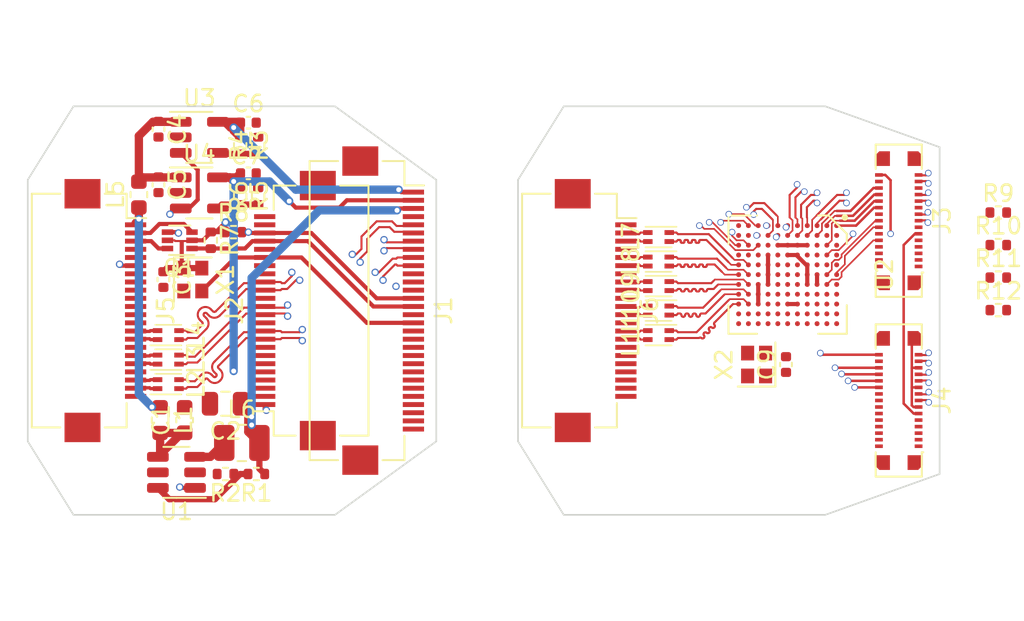
<source format=kicad_pcb>
(kicad_pcb (version 20221018) (generator pcbnew)
  (layers (0 "F.Cu" signal) (1 "In1.Cu" power) (2 "In2.Cu" signal) (31 "B.Cu" power) (34 "B.Paste" user) (35 "F.Paste" user) (36 "B.SilkS" user "B.Silkscreen") (37 "F.SilkS" user "F.Silkscreen") (38 "B.Mask" user) (39 "F.Mask" user) (44 "Edge.Cuts" user))
  (net 0 "")
  (net 1 "+2V8")
  (net 2 "+1V8")
  (net 3 "+1V2")
  (net 4 "/MD1_P")
  (net 5 "/MD1_N")
  (net 6 "/MCLK_P")
  (net 7 "/MCLK_N")
  (net 8 "/MD0_P")
  (net 9 "/MD0_N")
  (net 10 "/XSHUTDOWN")
  (net 12 "/SDA_1V8")
  (net 13 "/SCL_1V8")
  (net 14 "/MCLK")
  (net 17 "/RESET")
  (net 18 "/FSIN")
  (net 19 "/SID")
  (net 22 "/SCL")
  (net 23 "/SDA")
  (net 24 "+3.3V")
  (net 25 "/TOF_RX0_CLK_P")
  (net 26 "IOVDD_BF")
  (net 27 "/TOF_RX0_D0_P")
  (net 28 "/TOF_RX0_CLK_N")
  (net 29 "IOVDD_TOF")
  (net 30 "DVDD")
  (net 31 "/TOF_RX0_D1_P")
  (net 32 "/TOF_RX0_D0_N")
  (net 33 "IOVDD_AP")
  (net 34 "/TOF_RX0_D1_N")
  (net 42 "/FLASH_MOSI")
  (net 43 "/MODULE1_CLK")
  (net 44 "/FLASH_MISO")
  (net 45 "/FLASH_CLK")
  (net 46 "/FLASH_TOF0_CSN")
  (net 47 "/ERR0_DRV")
  (net 48 "/I2C0_CLK")
  (net 49 "/I2C0_SDA")
  (net 50 "/RSTN0_MODULE")
  (net 54 "/TOF_RX1_D0_P")
  (net 55 "/TOF_RX1_D0_N")
  (net 56 "/TOF_RX1_CLK_P")
  (net 57 "/TOF_RX1_CLK_N")
  (net 58 "/TOF_RX1_D1_P")
  (net 59 "/TOF_RX1_D1_N")
  (net 71 "GND")
  (net 72 "/EN")
  (net 73 "Net-(U3-SENSE{slash}ADJ)")
  (net 74 "Net-(U1-VIN)")
  (net 75 "Net-(U3-VIN)")
  (net 82 "Net-(U1-FB)")
  (net 83 "Net-(U4-SENSE{slash}ADJ)")
  (net 122 "Net-(U1-LX)")
  (net 123 "Net-(U2A-VDD1P2)")
  (net 124 "/TX0_N")
  (net 125 "/TX0_P")
  (net 126 "/TX1_N")
  (net 127 "/TX1_P")
  (net 128 "/TXC_N")
  (net 129 "/TXC_P")
  (net 130 "/TX2_N")
  (net 131 "/TX2_P")
  (net 132 "/TX3_N")
  (net 133 "/TX3_P")
  (net 138 "/TOF0_SYNC")
  (net 139 "/RSTN1_MODULE")
  (net 140 "/I2C1_SDA")
  (net 141 "/I2C1_CLK")
  (net 142 "/ERR1_DRV")
  (net 144 "/TOF1_SYNC")
  (net 145 "/FLASH_TOF1_CSN")
  (net 150 "Net-(U2C-XTAL_IN_MCLK)")
  (footprint "MountingHole:MountingHole_2.2mm_M2" (layer "F.Cu") (at 6.75 -10.5)
    (fp_text reference "H4" hide)
    (fp_text value "MountingHole")
  )
  (footprint "Connector_FFC-FPC:Hirose_FH12-22S-0.5SH_1x22-1MP_P0.50mm_Horizontal" (layer "F.Cu") (at -6.050001 0 -90)
    (fp_text reference "J5")
    (fp_text value "Conn_01x22_MountingPin")
  )
  (footprint "Crystal:Crystal_SMD_2016-4Pin_2.0x1.6mm" (layer "F.Cu") (at -0.7 -1.9 -90)
    (fp_text reference "X1")
    (fp_text value "27MHz")
  )
  (footprint "Inductor_SMD:L_CommonModeChoke_Coilcraft_0603USB" (layer "F.Cu") (at -2.2 1.5 90)
    (fp_text reference "L4")
    (fp_text value "L_Ferrite_Coupled_Small_1243")
  )
  (footprint "MountingHole:MountingHole_2.2mm_M2" (layer "F.Cu") (at -6.75 -10.5)
    (fp_text reference "H1" hide)
    (fp_text value "MountingHole")
  )
  (footprint "Capacitor_SMD:C_0402_1005Metric" (layer "F.Cu") (at 2.7 -11.5)
    (fp_text reference "C6")
    (fp_text value "1u")
  )
  (footprint "Capacitor_SMD:C_0402_1005Metric" (layer "F.Cu") (at -2.8 -11.1 -90)
    (fp_text reference "C4")
    (fp_text value "1u")
  )
  (footprint "Connector_FFC-FPC:Hirose_FH12-22S-0.5SH_1x22-1MP_P0.50mm_Horizontal" (layer "F.Cu") (at 23.95 0 -90)
    (fp_text reference "J6")
    (fp_text value "Conn_01x22_MountingPin")
  )
  (footprint "Inductor_SMD:L_CommonModeChoke_Coilcraft_0603USB" (layer "F.Cu") (at 27.8 1.5 -90)
    (fp_text reference "L11")
    (fp_text value "L_Ferrite_Coupled_Small_1342")
  )
  (footprint "Inductor_SMD:L_CommonModeChoke_Coilcraft_0603USB" (layer "F.Cu") (at -2.2 3 90)
    (fp_text reference "L3")
    (fp_text value "L_Ferrite_Coupled_Small_1243")
  )
  (footprint "Resistor_SMD:R_0402_1005Metric" (layer "F.Cu") (at 0.4 -4.3 -90)
    (fp_text reference "R7")
    (fp_text value "2k2")
  )
  (footprint "Resistor_SMD:R_0402_1005Metric" (layer "F.Cu") (at 3.3 -10.1 90)
    (fp_text reference "R4")
    (fp_text value "R")
  )
  (footprint "MountingHole:MountingHole_2.2mm_M2" (layer "F.Cu") (at 36.75 10.5)
    (fp_text reference "H6" hide)
    (fp_text value "MountingHole")
  )
  (footprint "Resistor_SMD:R_0402_1005Metric" (layer "F.Cu") (at 2.2 -10.1 -90)
    (fp_text reference "R3")
    (fp_text value "R")
  )
  (footprint "Capacitor_SMD:C_0402_1005Metric" (layer "F.Cu") (at -2.5 -1.9 -90)
    (fp_text reference "C3")
    (fp_text value "1u")
  )
  (footprint "Resistor_SMD:R_0402_1005Metric" (layer "F.Cu") (at 48.59 -0.03)
    (fp_text reference "R12")
    (fp_text value "2k2")
  )
  (footprint "Connector_Molex:Molex_SlimStack_502426-3010_2x15_P0.40mm_Vertical" (layer "F.Cu") (at 42.5 5.5 -90)
    (fp_text reference "J4")
    (fp_text value "Conn_02x15_Odd_Even_MountingPin")
  )
  (footprint "Inductor_SMD:L_1008_2520Metric" (layer "F.Cu") (at 2.3 8.1)
    (fp_text reference "L6")
    (fp_text value "2.2u")
  )
  (footprint "Inductor_SMD:L_CommonModeChoke_Coilcraft_0603USB" (layer "F.Cu") (at 27.8 -1.5 -90)
    (fp_text reference "L9")
    (fp_text value "L_Ferrite_Coupled_Small_1342")
  )
  (footprint "Package_TO_SOT_SMD:TSOT-23-6" (layer "F.Cu") (at -1.7 9.9 180)
    (fp_text reference "U1")
    (fp_text value "AP3429K")
  )
  (footprint "Capacitor_SMD:C_0402_1005Metric" (layer "F.Cu") (at -2.8 -7.7 -90)
    (fp_text reference "C5")
    (fp_text value "1u")
  )
  (footprint "MountingHole:MountingHole_2.2mm_M2" (layer "F.Cu") (at 23.25 -10.5)
    (fp_text reference "H5" hide)
    (fp_text value "MountingHole")
  )
  (footprint "Resistor_SMD:R_0402_1005Metric" (layer "F.Cu") (at 2.2 -7 -90)
    (fp_text reference "R5")
    (fp_text value "R")
  )
  (footprint "Package_TO_SOT_SMD:SOT-563" (layer "F.Cu") (at -1.5 -4.3 180)
    (fp_text reference "Q1")
    (fp_text value "DMG1024UV")
  )
  (footprint "Resistor_SMD:R_0402_1005Metric" (layer "F.Cu") (at 3.19 10 180)
    (fp_text reference "R1")
    (fp_text value "R")
  )
  (footprint "Resistor_SMD:R_0402_1005Metric" (layer "F.Cu") (at 48.59 -6)
    (fp_text reference "R9")
    (fp_text value "2k2")
  )
  (footprint "Resistor_SMD:R_0402_1005Metric" (layer "F.Cu") (at 48.59 -2.02)
    (fp_text reference "R11")
    (fp_text value "2k2")
  )
  (footprint "Crystal:Crystal_SMD_2016-4Pin_2.0x1.6mm" (layer "F.Cu") (at 33.8 3.3 90)
    (fp_text reference "X2")
    (fp_text value "27MHz")
  )
  (footprint "Inductor_SMD:L_CommonModeChoke_Coilcraft_0603USB" (layer "F.Cu") (at 27.8 0 -90)
    (fp_text reference "L10")
    (fp_text value "L_Ferrite_Coupled_Small_1342")
  )
  (footprint "Connector_Molex:Molex_SlimStack_502426-3010_2x15_P0.40mm_Vertical" (layer "F.Cu") (at 42.5 -5.5 -90)
    (fp_text reference "J3")
    (fp_text value "Conn_02x15_Odd_Even_MountingPin")
  )
  (footprint "Capacitor_SMD:C_0603_1608Metric" (layer "F.Cu") (at -1.2 6.7 90)
    (fp_text reference "C1")
    (fp_text value "22u")
  )
  (footprint "Resistor_SMD:R_0402_1005Metric" (layer "F.Cu") (at 48.59 -4.01)
    (fp_text reference "R10")
    (fp_text value "2k2")
  )
  (footprint "Connector_FFC-FPC:Hirose_FH12-30S-0.5SH_1x30-1MP_P0.50mm_Horizontal" (layer "F.Cu") (at 10.95 0 -90)
    (fp_text reference "J1")
    (fp_text value "Conn_01x30_MountingPin")
  )
  (footprint "Capacitor_SMD:C_0805_2012Metric" (layer "F.Cu") (at 1.3 5.7 180)
    (fp_text reference "C2")
    (fp_text value "47u")
  )
  (footprint "Capacitor_SMD:C_0402_1005Metric" (layer "F.Cu") (at 35.6 3.3 90)
    (fp_text reference "C9")
    (fp_text value "1u")
  )
  (footprint "Package_TO_SOT_SMD:TSOT-23-5" (layer "F.Cu") (at -0.3 -7.2)
    (fp_text reference "U4")
    (fp_text value "ADP123")
  )
  (footprint "Capacitor_SMD:C_0402_1005Metric" (layer "F.Cu") (at 2.7 -8.4)
    (fp_text reference "C7")
    (fp_text value "1u")
  )
  (footprint "MountingHole:MountingHole_2.2mm_M2" (layer "F.Cu") (at 6.75 10.5)
    (fp_text reference "H2" hide)
    (fp_text value "MountingHole")
  )
  (footprint "Resistor_SMD:R_0402_1005Metric" (layer "F.Cu") (at 3.3 -7 90)
    (fp_text reference "R6")
    (fp_text value "R")
  )
  (footprint "Resistor_SMD:R_0402_1005Metric" (layer "F.Cu") (at 1.3 10 180)
    (fp_text reference "R2")
    (fp_text value "R")
  )
  (footprint "Inductor_SMD:L_CommonModeChoke_Coilcraft_0603USB" (layer "F.Cu") (at 27.8 -4.5 -90)
    (fp_text reference "L7")
    (fp_text value "L_Ferrite_Coupled_Small_1342")
  )
  (footprint "Inductor_SMD:L_CommonModeChoke_Coilcraft_0603USB" (layer "F.Cu") (at -2.2 4.5 90)
    (fp_text reference "L2")
    (fp_text value "L_Ferrite_Coupled_Small_1243")
  )
  (footprint "Inductor_SMD:L_0603_1608Metric" (layer "F.Cu") (at -4 -7.1 90)
    (fp_text reference "L5")
    (fp_text value "L")
  )
  (footprint "Resistor_SMD:R_0402_1005Metric" (layer "F.Cu") (at 1.79 -4.8)
    (fp_text reference "R8")
    (fp_text value "2k2")
  )
  (footprint "Connector_FFC-FPC:Hirose_FH12-24S-0.5SH_1x24-1MP_P0.50mm_Horizontal" (layer "F.Cu") (at 5.55 0 90)
    (fp_text reference "J2")
    (fp_text value "Conn_01x24_MountingPin")
  )
  (footprint "Inductor_SMD:L_0603_1608Metric" (layer "F.Cu") (at -2.7 6.7 -90)
    (fp_text reference "L1")
    (fp_text value "L")
  )
  (footprint "MountingHole:MountingHole_2.2mm_M2" (layer "F.Cu") (at 36.75 -10.5)
    (fp_text reference "H8" hide)
    (fp_text value "MountingHole")
  )
  (footprint "Package_BGA:XFBGA-121_8x8mm_Layout11x11_P0.65mm" (layer "F.Cu") (at 35.7 -2.2 -90)
    (fp_text reference "U2")
    (fp_text value "~")
  )
  (footprint "MountingHole:MountingHole_2.2mm_M2" (layer "F.Cu") (at -6.75 10.5)
    (fp_text reference "H3" hide)
    (fp_text value "MountingHole")
  )
  (footprint "Package_TO_SOT_SMD:TSOT-23-5" (layer "F.Cu") (at -0.3 -10.6)
    (fp_text reference "U3")
    (fp_text value "ADP123")
  )
  (footprint "MountingHole:MountingHole_2.2mm_M2" (layer "F.Cu") (at 23.25 10.5)
    (fp_text reference "H7" hide)
    (fp_text value "MountingHole")
  )
  (footprint "Inductor_SMD:L_CommonModeChoke_Coilcraft_0603USB" (layer "F.Cu") (at 27.8 -3 -90)
    (fp_text reference "L8")
    (fp_text value "L_Ferrite_Coupled_Small_1342")
  )
  (gr_line (start 38 12.5) (end 45 10) (stroke (width 0.1)) (layer "Edge.Cuts"))
  (gr_line (start 14.2 -8) (end 14.2 8) (stroke (width 0.1)) (layer "Edge.Cuts"))
  (gr_line (start 38 12.5) (end 22 12.5) (stroke (width 0.1)) (layer "Edge.Cuts"))
  (gr_line (start 22 -12.5) (end 38 -12.5) (stroke (width 0.1)) (layer "Edge.Cuts"))
  (gr_line (start 38 -12.5) (end 45 -10) (stroke (width 0.1)) (layer "Edge.Cuts"))
  (gr_line (start -10.8 -8) (end -8 -12.5) (stroke (width 0.1)) (layer "Edge.Cuts"))
  (gr_line (start -10.8 8) (end -10.8 -8) (stroke (width 0.1)) (layer "Edge.Cuts"))
  (gr_line (start 8 12.5) (end 14.2 8) (stroke (width 0.1)) (layer "Edge.Cuts"))
  (gr_line (start 19.2 -8) (end 22 -12.5) (stroke (width 0.1)) (layer "Edge.Cuts"))
  (gr_line (start 22 12.5) (end 19.2 8) (stroke (width 0.1)) (layer "Edge.Cuts"))
  (gr_line (start 8 12.5) (end -8 12.5) (stroke (width 0.1)) (layer "Edge.Cuts"))
  (gr_line (start 19.2 8) (end 19.2 -8) (stroke (width 0.1)) (layer "Edge.Cuts"))
  (gr_line (start 45 -10) (end 45 10) (stroke (width 0.1)) (layer "Edge.Cuts"))
  (gr_line (start -8 -12.5) (end 8 -12.5) (stroke (width 0.1)) (layer "Edge.Cuts"))
  (gr_line (start -8 12.5) (end -10.8 8) (stroke (width 0.1)) (layer "Edge.Cuts"))
  (gr_line (start 8 -12.5) (end 14.2 -8) (stroke (width 0.1)) (layer "Edge.Cuts"))
  (segment (start 12.05 -7.25) (end 11.9 -7.4) (width 0.254) (layer "F.Cu") (net 1))
  (segment (start 0.8375 -11.55) (end 1.26 -11.55) (width 0.508) (layer "F.Cu") (net 1))
  (segment (start 12.8 -7.25) (end 12.05 -7.25) (width 0.254) (layer "F.Cu") (net 1))
  (segment (start 1.8 -11.2) (end 1.8 -11.01) (width 0.508) (layer "F.Cu") (net 1))
  (segment (start 2.2 -10.61) (end 2.2 -11.48) (width 0.508) (layer "F.Cu") (net 1))
  (segment (start 3.8 6.1) (end 3.7 6) (width 0.254) (layer "F.Cu") (net 1))
  (segment (start 0.8375 -11.55) (end 2.17 -11.55) (width 0.508) (layer "F.Cu") (net 1))
  (segment (start 1.26 -11.55) (end 1.61 -11.2) (width 0.508) (layer "F.Cu") (net 1))
  (segment (start 3.7 6) (end 3.7 5.75) (width 0.254) (layer "F.Cu") (net 1))
  (segment (start 1.8 -11.01) (end 2.2 -10.61) (width 0.508) (layer "F.Cu") (net 1))
  (segment (start 1.61 -11.2) (end 1.8 -11.2) (width 0.508) (layer "F.Cu") (net 1))
  (segment (start 2.2 -11.48) (end 2.22 -11.5) (width 0.508) (layer "F.Cu") (net 1))
  (segment (start 2.17 -11.55) (end 2.22 -11.5) (width 0.508) (layer "F.Cu") (net 1))
  (via (at 1.8 -11.2) (size 0.45) (drill 0.3) (layers "F.Cu" "B.Cu") (net 1))
  (via (at 11.9 -7.4) (size 0.45) (drill 0.3) (layers "F.Cu" "B.Cu") (net 1))
  (via (at 3.8 6.1) (size 0.45) (drill 0.3) (layers "F.Cu" "B.Cu") (net 1))
  (segment (start 1.8 -11.2) (end 5.6 -7.4) (width 0.508) (layer "B.Cu") (net 1))
  (segment (start 5.6 -7.4) (end 11.9 -7.4) (width 0.508) (layer "B.Cu") (net 1))
  (segment (start 1.8 -7.9) (end 1.81 -7.9) (width 0.508) (layer "F.Cu") (net 2))
  (segment (start 1.8 -7.91) (end 1.8 -7.9) (width 0.508) (layer "F.Cu") (net 2))
  (segment (start -1.25 -2.6) (end -1.377 -2.727) (width 0.254) (layer "F.Cu") (net 2))
  (segment (start -1.377 -2.727) (end -1.377 -4.1935) (width 0.254) (layer "F.Cu") (net 2))
  (segment (start 5.2 -6.7) (end 5.6 -6.3) (width 0.254) (layer "F.Cu") (net 2))
  (segment (start -2.25 -4.3) (end -1.82302 -4.3) (width 0.127) (layer "F.Cu") (net 2))
  (segment (start 1.28 -4.8) (end 1.28 -5.38) (width 0.254) (layer "F.Cu") (net 2))
  (segment (start 0.4 -4.81) (end 0.71 -4.81) (width 0.254) (layer "F.Cu") (net 2))
  (segment (start -0.15 -2.6) (end -2.28 -2.6) (width 0.381) (layer "F.Cu") (net 2))
  (segment (start -1.82302 -4.3) (end -1.78002 -4.257) (width 0.127) (layer "F.Cu") (net 2))
  (segment (start 1.81 -7.9) (end 2.2 -7.51) (width 0.508) (layer "F.Cu") (net 2))
  (segment (start 0.71 -4.81) (end 1.3 -5.4) (width 0.254) (layer "F.Cu") (net 2))
  (segment (start 1.28 -4.8) (end 0.424 -4.8) (width 0.254) (layer "F.Cu") (net 2))
  (segment (start 0.8375 -8.15) (end 1.56 -8.15) (width 0.508) (layer "F.Cu") (net 2))
  (segment (start 8.277 -6.3) (end 8.727 -6.75) (width 0.254) (layer "F.Cu") (net 2))
  (segment (start -1.78002 -4.257) (end -0.793 -4.257) (width 0.127) (layer "F.Cu") (net 2))
  (segment (start 1.28 -5.38) (end 1.3 -5.4) (width 0.254) (layer "F.Cu") (net 2))
  (segment (start 0.8375 -8.15) (end 1.97 -8.15) (width 0.508) (layer "F.Cu") (net 2))
  (segment (start 8.727 -6.75) (end 12.8 -6.75) (width 0.254) (layer "F.Cu") (net 2))
  (segment (start 2.2 -8.38) (end 2.22 -8.4) (width 0.508) (layer "F.Cu") (net 2))
  (segment (start 0.424 -4.8) (end -0.076 -4.3) (width 0.254) (layer "F.Cu") (net 2))
  (segment (start 1.56 -8.15) (end 1.8 -7.91) (width 0.508) (layer "F.Cu") (net 2))
  (segment (start -2.28 -2.6) (end -2.5 -2.38) (width 0.381) (layer "F.Cu") (net 2))
  (segment (start -0.793 -4.257) (end -0.75 -4.3) (width 0.127) (layer "F.Cu") (net 2))
  (segment (start 1.97 -8.15) (end 2.22 -8.4) (width 0.508) (layer "F.Cu") (net 2))
  (segment (start 5.6 -6.3) (end 8.277 -6.3) (width 0.254) (layer "F.Cu") (net 2))
  (segment (start -0.076 -4.3) (end -0.75 -4.3) (width 0.254) (layer "F.Cu") (net 2))
  (segment (start 2.2 -7.51) (end 2.2 -8.38) (width 0.508) (layer "F.Cu") (net 2))
  (via (at 5.2 -6.7) (size 0.45) (drill 0.3) (layers "F.Cu" "B.Cu") (net 2))
  (via (at 1.8 3.7) (size 0.45) (drill 0.3) (layers "F.Cu" "B.Cu") (net 2))
  (via (at 1.8 -7.9) (size 0.45) (drill 0.3) (layers "F.Cu" "B.Cu") (net 2))
  (via (at 1.3 -5.4) (size 0.45) (drill 0.3) (layers "F.Cu" "B.Cu") (net 2))
  (segment (start 1.8 -7.9) (end 1.8 -5.4) (width 0.508) (layer "B.Cu") (net 2))
  (segment (start 1.8 -5.4) (end 1.8 3.7) (width 0.508) (layer "B.Cu") (net 2))
  (segment (start 1.3 -5.4) (end 1.8 -5.4) (width 0.508) (layer "B.Cu") (net 2))
  (segment (start 4 -7.9) (end 1.8 -7.9) (width 0.508) (layer "B.Cu") (net 2))
  (segment (start 5.2 -6.7) (end 4 -7.9) (width 0.508) (layer "B.Cu") (net 2))
  (segment (start 2.696 7.421) (end 2.696 5.354) (width 0.508) (layer "F.Cu") (net 3))
  (segment (start 2.8 5.25) (end 3.7 5.25) (width 0.254) (layer "F.Cu") (net 3))
  (segment (start 2.25 5.7) (end 2.7 5.25) (width 0.254) (layer "F.Cu") (net 3))
  (segment (start 2.7 5.25) (end 2.8 5.25) (width 0.254) (layer "F.Cu") (net 3))
  (segment (start 3.375 9.675) (end 3.7 10) (width 0.381) (layer "F.Cu") (net 3))
  (segment (start 12.8 -6.25) (end 11.911322 -6.25) (width 0.254) (layer "F.Cu") (net 3))
  (segment (start 3.375 8.1) (end 3.375 9.675) (width 0.381) (layer "F.Cu") (net 3))
  (segment (start 11.911322 -6.25) (end 11.796793 -6.135471) (width 0.254) (layer "F.Cu") (net 3))
  (segment (start 3.375 8.1) (end 2.696 7.421) (width 0.508) (layer "F.Cu") (net 3))
  (via (at 2.9 7) (size 0.45) (drill 0.3) (layers "F.Cu" "B.Cu") (net 3))
  (via (at 11.796793 -6.135471) (size 0.45) (drill 0.3) (layers "F.Cu" "B.Cu") (net 3))
  (via (at 2.9 6.5) (size 0.45) (drill 0.3) (layers "F.Cu" "B.Cu") (net 3))
  (segment (start 2.9 -2) (end 7.035471 -6.135471) (width 0.508) (layer "B.Cu") (net 3))
  (segment (start 2.9 7) (end 2.9 -2) (width 0.508) (layer "B.Cu") (net 3))
  (segment (start 7.035471 -6.135471) (end 11.796793 -6.135471) (width 0.508) (layer "B.Cu") (net 3))
  (segment (start 11.773648 -5.1778) (end 11.489233 -5.462215) (width 0.127) (layer "F.Cu") (net 4))
  (segment (start 3.772199 -0.177801) (end 4.938501 -0.177801) (width 0.127) (layer "F.Cu") (net 4))
  (segment (start 4.938501 -0.177801) (end 5.1 -0.3393) (width 0.127) (layer "F.Cu") (net 4))
  (segment (start -3.675 2.775) (end -3.340001 2.775) (width 0.2) (layer "F.Cu") (net 4))
  (segment (start 10.551945 -5.462215) (end 9.6222 -4.53247) (width 0.127) (layer "F.Cu") (net 4))
  (segment (start 11.489233 -5.462215) (end 10.551945 -5.462215) (width 0.127) (layer "F.Cu") (net 4))
  (segment (start -3.7 2.75) (end -3.675 2.775) (width 0.2) (layer "F.Cu") (net 4))
  (segment (start -1.545 2.725) (end -1.109999 2.725) (width 0.127) (layer "F.Cu") (net 4))
  (segment (start -0.573648 2.8222) (end 2.426352 -0.1778) (width 0.127) (layer "F.Cu") (net 4))
  (segment (start 2.652799 -0.1778) (end 2.724999 -0.25) (width 0.127) (layer "F.Cu") (net 4))
  (segment (start -4.2 2.75) (end -3.7 2.75) (width 0.2) (layer "F.Cu") (net 4))
  (segment (start 9.288474 -3.439922) (end 9.060078 -3.439922) (width 0.127) (layer "F.Cu") (net 4))
  (segment (start 12.8 -5.25) (end 12.3 -5.25) (width 0.127) (layer "F.Cu") (net 4))
  (segment (start -3.340001 2.775) (end -3.290001 2.725) (width 0.2) (layer "F.Cu") (net 4))
  (segment (start -3.290001 2.725) (end -2.855 2.725) (width 0.2) (layer "F.Cu") (net 4))
  (segment (start 2.724999 -0.25) (end 3.7 -0.25) (width 0.127) (layer "F.Cu") (net 4))
  (segment (start 9.6222 -4.53247) (end 9.6222 -3.773648) (width 0.127) (layer "F.Cu") (net 4))
  (segment (start 3.7 -0.25) (end 3.772199 -0.177801) (width 0.127) (layer "F.Cu") (net 4))
  (segment (start 2.426352 -0.1778) (end 2.652799 -0.1778) (width 0.127) (layer "F.Cu") (net 4))
  (segment (start -1.109999 2.725) (end -1.012799 2.8222) (width 0.127) (layer "F.Cu") (net 4))
  (segment (start 12.2278 -5.1778) (end 11.773648 -5.1778) (width 0.127) (layer "F.Cu") (net 4))
  (segment (start 12.3 -5.25) (end 12.2278 -5.1778) (width 0.127) (layer "F.Cu") (net 4))
  (segment (start 9.6222 -3.773648) (end 9.288474 -3.439922) (width 0.127) (layer "F.Cu") (net 4))
  (segment (start -1.012799 2.8222) (end -0.573648 2.8222) (width 0.127) (layer "F.Cu") (net 4))
  (via (at 9.060078 -3.439922) (size 0.45) (drill 0.3) (layers "F.Cu" "B.Cu") (net 4))
  (via (at 5.1 -0.3393) (size 0.45) (drill 0.3) (layers "F.Cu" "B.Cu") (net 4))
  (segment (start -3.675 3.225) (end -3.340001 3.225) (width 0.2) (layer "F.Cu") (net 5))
  (segment (start -1.012799 3.1778) (end -0.426352 3.1778) (width 0.127) (layer "F.Cu") (net 5))
  (segment (start -0.426352 3.1778) (end 2.573648 0.1778) (width 0.127) (layer "F.Cu") (net 5))
  (segment (start -4.2 3.25) (end -3.7 3.25) (width 0.2) (layer "F.Cu") (net 5))
  (segment (start 10.699241 -5.106615) (end 9.9778 -4.385174) (width 0.127) (layer "F.Cu") (net 5))
  (segment (start -3.290001 3.275) (end -2.855 3.275) (width 0.2) (layer "F.Cu") (net 5))
  (segment (start 3.772199 0.177801) (end 4.938501 0.177801) (width 0.127) (layer "F.Cu") (net 5))
  (segment (start 11.341937 -5.106615) (end 10.699241 -5.106615) (width 0.127) (layer "F.Cu") (net 5))
  (segment (start 9.539922 -3.188474) (end 9.539922 -2.960078) (width 0.127) (layer "F.Cu") (net 5))
  (segment (start -1.545 3.275) (end -1.109999 3.275) (width 0.127) (layer "F.Cu") (net 5))
  (segment (start 2.724999 0.25) (end 3.7 0.25) (width 0.127) (layer "F.Cu") (net 5))
  (segment (start 12.3 -4.75) (end 12.2278 -4.8222) (width 0.127) (layer "F.Cu") (net 5))
  (segment (start 2.573648 0.1778) (end 2.652799 0.1778) (width 0.127) (layer "F.Cu") (net 5))
  (segment (start 12.8 -4.75) (end 12.3 -4.75) (width 0.127) (layer "F.Cu") (net 5))
  (segment (start 9.9778 -3.626352) (end 9.539922 -3.188474) (width 0.127) (layer "F.Cu") (net 5))
  (segment (start -1.109999 3.275) (end -1.012799 3.1778) (width 0.127) (layer "F.Cu") (net 5))
  (segment (start -3.340001 3.225) (end -3.290001 3.275) (width 0.2) (layer "F.Cu") (net 5))
  (segment (start -3.7 3.25) (end -3.675 3.225) (width 0.2) (layer "F.Cu") (net 5))
  (segment (start 11.626352 -4.8222) (end 11.341937 -5.106615) (width 0.127) (layer "F.Cu") (net 5))
  (segment (start 3.7 0.25) (end 3.772199 0.177801) (width 0.127) (layer "F.Cu") (net 5))
  (segment (start 12.2278 -4.8222) (end 11.626352 -4.8222) (width 0.127) (layer "F.Cu") (net 5))
  (segment (start 4.938501 0.177801) (end 5.1 0.3393) (width 0.127) (layer "F.Cu") (net 5))
  (segment (start 9.9778 -4.385174) (end 9.9778 -3.626352) (width 0.127) (layer "F.Cu") (net 5))
  (segment (start 2.652799 0.1778) (end 2.724999 0.25) (width 0.127) (layer "F.Cu") (net 5))
  (via (at 9.539922 -2.960078) (size 0.45) (drill 0.3) (layers "F.Cu" "B.Cu") (net 5))
  (via (at 5.1 0.3393) (size 0.45) (drill 0.3) (layers "F.Cu" "B.Cu") (net 5))
  (segment (start -4.2 1.25) (end -3.7 1.25) (width 0.2) (layer "F.Cu") (net 6))
  (segment (start -0.573648 1.3222) (end -0.125723 0.874277) (width 0.127) (layer "F.Cu") (net 6))
  (segment (start 2.724999 -1.75) (end 3.7 -1.75) (width 0.127) (layer "F.Cu") (net 6))
  (segment (start 12.8 -4.25) (end 12.727801 -4.177801) (width 0.127) (layer "F.Cu") (net 6))
  (segment (start 0.6982 0.050357) (end 0.698198 0.050356) (width 0.127) (layer "F.Cu") (net 6))
  (segment (start -3.340001 1.275) (end -3.290001 1.225) (width 0.2) (layer "F.Cu") (net 6))
  (segment (start -1.545 1.225) (end -1.109999 1.225) (width 0.127) (layer "F.Cu") (net 6))
  (segment (start 0.404361 -0.082967) (end 0.537686 0.050358) (width 0.127) (layer "F.Cu") (net 6))
  (segment (start 11.161499 -4.177801) (end 11 -4.3393) (width 0.127) (layer "F.Cu") (net 6))
  (segment (start 4.675001 -1.75) (end 4.747201 -1.6778) (width 0.127) (layer "F.Cu") (net 6))
  (segment (start 0.698199 0.050357) (end 0.6982 0.050357) (width 0.127) (layer "F.Cu") (net 6))
  (segment (start 4.926352 -1.6778) (end 5.360078 -2.111526) (width 0.127) (layer "F.Cu") (net 6))
  (segment (start -3.7 1.25) (end -3.675 1.275) (width 0.2) (layer "F.Cu") (net 6))
  (segment (start 4.747201 -1.6778) (end 4.926352 -1.6778) (width 0.127) (layer "F.Cu") (net 6))
  (segment (start 3.7 -1.75) (end 4.675001 -1.75) (width 0.127) (layer "F.Cu") (net 6))
  (segment (start 12.727801 -4.177801) (end 11.161499 -4.177801) (width 0.127) (layer "F.Cu") (net 6))
  (segment (start -3.290001 1.225) (end -2.855 1.225) (width 0.2) (layer "F.Cu") (net 6))
  (segment (start -1.012799 1.3222) (end -0.573648 1.3222) (width 0.127) (layer "F.Cu") (net 6))
  (segment (start -0.125723 0.713763) (end -0.125722 0.713763) (width 0.127) (layer "F.Cu") (net 6))
  (segment (start 2.652799 -1.6778) (end 2.724999 -1.75) (width 0.127) (layer "F.Cu") (net 6))
  (segment (start -0.125722 0.713763) (end -0.259046 0.580439) (width 0.127) (layer "F.Cu") (net 6))
  (segment (start 5.360078 -2.111526) (end 5.360078 -2.339922) (width 0.127) (layer "F.Cu") (net 6))
  (segment (start -1.109999 1.225) (end -1.012799 1.3222) (width 0.127) (layer "F.Cu") (net 6))
  (segment (start 2.426352 -1.6778) (end 2.652799 -1.6778) (width 0.127) (layer "F.Cu") (net 6))
  (segment (start -3.675 1.275) (end -3.340001 1.275) (width 0.2) (layer "F.Cu") (net 6))
  (segment (start 0.698198 0.050356) (end 2.426352 -1.6778) (width 0.127) (layer "F.Cu") (net 6))
  (segment (start -0.259046 -0.082969) (end -0.259047 -0.082967) (width 0.127) (layer "F.Cu") (net 6))
  (via (at 11 -4.3393) (size 0.45) (drill 0.3) (layers "F.Cu" "B.Cu") (net 6))
  (via (at 5.360078 -2.339922) (size 0.45) (drill 0.3) (layers "F.Cu" "B.Cu") (net 6))
  (arc (start 0.537686 0.050358) (mid 0.617943 0.083601) (end 0.698199 0.050357) (width 0.127) (layer "F.Cu") (net 6))
  (arc (start -0.125723 0.874277) (mid -0.092478 0.794019) (end -0.125723 0.713763) (width 0.127) (layer "F.Cu") (net 6))
  (arc (start -0.259046 0.580439) (mid -0.396442 0.248735) (end -0.259046 -0.082969) (width 0.127) (layer "F.Cu") (net 6))
  (arc (start -0.259047 -0.082967) (mid 0.072657 -0.220363) (end 0.404361 -0.082967) (width 0.127) (layer "F.Cu") (net 6))
  (segment (start 3.7 -1.25) (end 4.675001 -1.25) (width 0.127) (layer "F.Cu") (net 7))
  (segment (start 2.652799 -1.3222) (end 2.724999 -1.25) (width 0.127) (layer "F.Cu") (net 7))
  (segment (start -3.675 1.725) (end -3.340001 1.725) (width 0.2) (layer "F.Cu") (net 7))
  (segment (start -0.007598 0.168479) (end -0.0076 0.16848) (width 0.127) (layer "F.Cu") (net 7))
  (segment (start 4.675001 -1.25) (end 4.747201 -1.3222) (width 0.127) (layer "F.Cu") (net 7))
  (segment (start -1.109999 1.775) (end -1.012799 1.6778) (width 0.127) (layer "F.Cu") (net 7))
  (segment (start 12.727801 -3.822199) (end 11.161499 -3.822199) (width 0.127) (layer "F.Cu") (net 7))
  (segment (start 0.125725 0.462316) (end -0.007599 0.328992) (width 0.127) (layer "F.Cu") (net 7))
  (segment (start -1.545 1.775) (end -1.109999 1.775) (width 0.127) (layer "F.Cu") (net 7))
  (segment (start -4.2 1.75) (end -3.7 1.75) (width 0.2) (layer "F.Cu") (net 7))
  (segment (start 0.125724 0.462315) (end 0.125725 0.462316) (width 0.127) (layer "F.Cu") (net 7))
  (segment (start 0.949647 0.301805) (end 0.949647 0.301804) (width 0.127) (layer "F.Cu") (net 7))
  (segment (start 5.611526 -1.860078) (end 5.839922 -1.860078) (width 0.127) (layer "F.Cu") (net 7))
  (segment (start -0.426352 1.6778) (end 0.125725 1.125722) (width 0.127) (layer "F.Cu") (net 7))
  (segment (start 4.747201 -1.3222) (end 5.073648 -1.3222) (width 0.127) (layer "F.Cu") (net 7))
  (segment (start -3.290001 1.775) (end -2.855 1.775) (width 0.2) (layer "F.Cu") (net 7))
  (segment (start 12.8 -3.75) (end 12.727801 -3.822199) (width 0.127) (layer "F.Cu") (net 7))
  (segment (start 11.161499 -3.822199) (end 11 -3.6607) (width 0.127) (layer "F.Cu") (net 7))
  (segment (start -3.7 1.75) (end -3.675 1.725) (width 0.2) (layer "F.Cu") (net 7))
  (segment (start 0.152914 0.16848) (end 0.286239 0.301805) (width 0.127) (layer "F.Cu") (net 7))
  (segment (start -1.012799 1.6778) (end -0.426352 1.6778) (width 0.127) (layer "F.Cu") (net 7))
  (segment (start 0.949647 0.301804) (end 0.949645 0.301803) (width 0.127) (layer "F.Cu") (net 7))
  (segment (start 5.073648 -1.3222) (end 5.611526 -1.860078) (width 0.127) (layer "F.Cu") (net 7))
  (segment (start -3.340001 1.725) (end -3.290001 1.775) (width 0.2) (layer "F.Cu") (net 7))
  (segment (start 2.573648 -1.3222) (end 2.652799 -1.3222) (width 0.127) (layer "F.Cu") (net 7))
  (segment (start 2.724999 -1.25) (end 3.7 -1.25) (width 0.127) (layer "F.Cu") (net 7))
  (segment (start 0.949645 0.301803) (end 2.573648 -1.3222) (width 0.127) (layer "F.Cu") (net 7))
  (via (at 5.839922 -1.860078) (size 0.45) (drill 0.3) (layers "F.Cu" "B.Cu") (net 7))
  (via (at 11 -3.6607) (size 0.45) (drill 0.3) (layers "F.Cu" "B.Cu") (net 7))
  (arc (start -0.0076 0.16848) (mid 0.072658 0.135235) (end 0.152914 0.16848) (width 0.127) (layer "F.Cu") (net 7))
  (arc (start -0.007599 0.328992) (mid -0.040842 0.248735) (end -0.007598 0.168479) (width 0.127) (layer "F.Cu") (net 7))
  (arc (start 0.286239 0.301805) (mid 0.617943 0.439201) (end 0.949647 0.301805) (width 0.127) (layer "F.Cu") (net 7))
  (arc (start 0.125725 1.125722) (mid 0.263121 0.794018) (end 0.125724 0.462315) (width 0.127) (layer "F.Cu") (net 7))
  (segment (start 0.45049 3.924276) (end 0.576213 4.049999) (width 0.127) (layer "F.Cu") (net 8))
  (segment (start 2.652799 1.3222) (end 2.724999 1.25) (width 0.127) (layer "F.Cu") (net 8))
  (segment (start 4.675001 1.25) (end 3.7 1.25) (width 0.127) (layer "F.Cu") (net 8))
  (segment (start 0.611002 3.137547) (end 0.648197 3.100355) (width 0.127) (layer "F.Cu") (net 8))
  (segment (start -3.675 4.275) (end -3.340001 4.275) (width 0.2) (layer "F.Cu") (net 8))
  (segment (start 2.426352 1.3222) (end 2.652799 1.3222) (width 0.127) (layer "F.Cu") (net 8))
  (segment (start 0.736727 3.889486) (end 0.736726 3.889485) (width 0.127) (layer "F.Cu") (net 8))
  (segment (start -3.290001 4.225) (end -2.855 4.225) (width 0.2) (layer "F.Cu") (net 8))
  (segment (start -3.7 4.25) (end -3.675 4.275) (width 0.2) (layer "F.Cu") (net 8))
  (segment (start 12.8 -3.25) (end 11.824999 -3.25) (width 0.127) (layer "F.Cu") (net 8))
  (segment (start -4.2 4.25) (end -3.7 4.25) (width 0.2) (layer "F.Cu") (net 8))
  (segment (start -3.340001 4.275) (end -3.290001 4.225) (width 0.2) (layer "F.Cu") (net 8))
  (segment (start 5.8385 1.3222) (end 4.747201 1.3222) (width 0.127) (layer "F.Cu") (net 8))
  (segment (start 0.736726 3.889485) (end 0.611002 3.763761) (width 0.127) (layer "F.Cu") (net 8))
  (segment (start -1.109999 4.225) (end -1.012799 4.3222) (width 0.127) (layer "F.Cu") (net 8))
  (segment (start 2.724999 1.25) (end 3.7 1.25) (width 0.127) (layer "F.Cu") (net 8))
  (segment (start -1.012799 4.3222) (end -0.573648 4.3222) (width 0.127) (layer "F.Cu") (net 8))
  (segment (start 4.747201 1.3222) (end 4.675001 1.25) (width 0.127) (layer "F.Cu") (net 8))
  (segment (start 11.526352 -3.1778) (end 10.688474 -2.339922) (width 0.127) (layer "F.Cu") (net 8))
  (segment (start 0.648197 3.100355) (end 2.426352 1.3222) (width 0.127) (layer "F.Cu") (net 8))
  (segment (start 11.824999 -3.25) (end 11.752799 -3.1778) (width 0.127) (layer "F.Cu") (net 8))
  (segment (start 6 1.1607) (end 5.8385 1.3222) (width 0.127) (layer "F.Cu") (net 8))
  (segment (start -0.573648 4.3222) (end -0.175723 3.924276) (width 0.127) (layer "F.Cu") (net 8))
  (segment (start 0.45049 3.924277) (end 0.45049 3.924276) (width 0.127) (layer "F.Cu") (net 8))
  (segment (start 10.688474 -2.339922) (end 10.460078 -2.339922) (width 0.127) (layer "F.Cu") (net 8))
  (segment (start 0.699533 4.049999) (end 0.736726 4.012805) (width 0.127) (layer "F.Cu") (net 8))
  (segment (start -1.545 4.225) (end -1.109999 4.225) (width 0.127) (layer "F.Cu") (net 8))
  (segment (start 11.752799 -3.1778) (end 11.526352 -3.1778) (width 0.127) (layer "F.Cu") (net 8))
  (via (at 10.460078 -2.339922) (size 0.45) (drill 0.3) (layers "F.Cu" "B.Cu") (net 8))
  (via (at 6 1.1607) (size 0.45) (drill 0.3) (layers "F.Cu" "B.Cu") (net 8))
  (arc (start -0.175723 3.924276) (mid 0.137384 3.794584) (end 0.45049 3.924277) (width 0.127) (layer "F.Cu") (net 8))
  (arc (start 0.611002 3.763761) (mid 0.481309 3.450654) (end 0.611002 3.137547) (width 0.127) (layer "F.Cu") (net 8))
  (arc (start 0.736726 4.012805) (mid 0.762267 3.951146) (end 0.736727 3.889486) (width 0.127) (layer "F.Cu") (net 8))
  (arc (start 0.576213 4.049999) (mid 0.637873 4.075539) (end 0.699533 4.049999) (width 0.127) (layer "F.Cu") (net 8))
  (segment (start 4.747201 1.6778) (end 4.675001 1.75) (width 0.127) (layer "F.Cu") (net 9))
  (segment (start 2.573648 1.6778) (end 2.652799 1.6778) (width 0.127) (layer "F.Cu") (net 9))
  (segment (start -3.675 4.725) (end -3.340001 4.725) (width 0.2) (layer "F.Cu") (net 9))
  (segment (start 0.899644 3.351802) (end 2.573648 1.6778) (width 0.127) (layer "F.Cu") (net 9))
  (segment (start 6 1.8393) (end 5.8385 1.6778) (width 0.127) (layer "F.Cu") (net 9))
  (segment (start 0.862449 3.388994) (end 0.899644 3.351802) (width 0.127) (layer "F.Cu") (net 9))
  (segment (start 0.199043 4.175723) (end 0.324766 4.301446) (width 0.127) (layer "F.Cu") (net 9))
  (segment (start 4.675001 1.75) (end 3.7 1.75) (width 0.127) (layer "F.Cu") (net 9))
  (segment (start -1.109999 4.775) (end -1.012799 4.6778) (width 0.127) (layer "F.Cu") (net 9))
  (segment (start 11.752799 -2.8222) (end 11.673648 -2.8222) (width 0.127) (layer "F.Cu") (net 9))
  (segment (start 2.724999 1.75) (end 3.7 1.75) (width 0.127) (layer "F.Cu") (net 9))
  (segment (start 12.8 -2.75) (end 11.824999 -2.75) (width 0.127) (layer "F.Cu") (net 9))
  (segment (start -4.2 4.75) (end -3.7 4.75) (width 0.2) (layer "F.Cu") (net 9))
  (segment (start 5.8385 1.6778) (end 4.747201 1.6778) (width 0.127) (layer "F.Cu") (net 9))
  (segment (start 10.939922 -2.088474) (end 10.939922 -1.860078) (width 0.127) (layer "F.Cu") (net 9))
  (segment (start 0.95098 4.301446) (end 0.988173 4.264252) (width 0.127) (layer "F.Cu") (net 9))
  (segment (start 2.652799 1.6778) (end 2.724999 1.75) (width 0.127) (layer "F.Cu") (net 9))
  (segment (start 11.673648 -2.8222) (end 10.939922 -2.088474) (width 0.127) (layer "F.Cu") (net 9))
  (segment (start -3.340001 4.725) (end -3.290001 4.775) (width 0.2) (layer "F.Cu") (net 9))
  (segment (start -1.545 4.775) (end -1.109999 4.775) (width 0.127) (layer "F.Cu") (net 9))
  (segment (start 11.824999 -2.75) (end 11.752799 -2.8222) (width 0.127) (layer "F.Cu") (net 9))
  (segment (start 0.988173 3.638038) (end 0.862449 3.512314) (width 0.127) (layer "F.Cu") (net 9))
  (segment (start -1.012799 4.6778) (end -0.426352 4.6778) (width 0.127) (layer "F.Cu") (net 9))
  (segment (start -3.290001 4.775) (end -2.855 4.775) (width 0.2) (layer "F.Cu") (net 9))
  (segment (start -0.426352 4.6778) (end 0.075723 4.175723) (width 0.127) (layer "F.Cu") (net 9))
  (segment (start -3.7 4.75) (end -3.675 4.725) (width 0.2) (layer "F.Cu") (net 9))
  (via (at 10.939922 -1.860078) (size 0.45) (drill 0.3) (layers "F.Cu" "B.Cu") (net 9))
  (via (at 6 1.8393) (size 0.45) (drill 0.3) (layers "F.Cu" "B.Cu") (net 9))
  (arc (start 0.862449 3.512314) (mid 0.836909 3.450654) (end 0.862449 3.388994) (width 0.127) (layer "F.Cu") (net 9))
  (arc (start 0.988173 4.264252) (mid 1.117866 3.951145) (end 0.988173 3.638038) (width 0.127) (layer "F.Cu") (net 9))
  (arc (start 0.075723 4.175723) (mid 0.137383 4.150183) (end 0.199043 4.175723) (width 0.127) (layer "F.Cu") (net 9))
  (arc (start 0.324766 4.301446) (mid 0.637873 4.431139) (end 0.95098 4.301446) (width 0.127) (layer "F.Cu") (net 9))
  (segment (start 3.7 -4.75) (end 2.35 -4.75) (width 0.254) (layer "F.Cu") (net 12))
  (segment (start 10.55 -0.75) (end 12.8 -0.75) (width 0.254) (layer "F.Cu") (net 12))
  (segment (start 2.35 -4.75) (end 2.3 -4.8) (width 0.254) (layer "F.Cu") (net 12))
  (segment (start -1.577676 -4.7455) (end -1.632176 -4.8) (width 0.254) (layer "F.Cu") (net 12))
  (segment (start -1.632176 -4.8) (end -2.25 -4.8) (width 0.254) (layer "F.Cu") (net 12))
  (segment (start 6.55 -4.75) (end 10.55 -0.75) (width 0.254) (layer "F.Cu") (net 12))
  (segment (start 3.7 -4.75) (end 6.55 -4.75) (width 0.254) (layer "F.Cu") (net 12))
  (via (at 2.7 -4.8) (size 0.45) (drill 0.3) (layers "F.Cu" "B.Cu") (net 12))
  (via (at -1.577676 -4.7455) (size 0.45) (drill 0.3) (layers "F.Cu" "B.Cu") (net 12))
  (segment (start 3.7 -4.25) (end 6.35 -4.25) (width 0.254) (layer "F.Cu") (net 13))
  (segment (start 2.496 -3.8) (end 2.946 -4.25) (width 0.254) (layer "F.Cu") (net 13))
  (segment (start 6.35 -4.25) (end 10.35 -0.25) (width 0.254) (layer "F.Cu") (net 13))
  (segment (start 2.946 -4.25) (end 3.7 -4.25) (width 0.254) (layer "F.Cu") (net 13))
  (segment (start 10.35 -0.25) (end 12.8 -0.25) (width 0.254) (layer "F.Cu") (net 13))
  (segment (start -0.75 -3.8) (end 2.496 -3.8) (width 0.254) (layer "F.Cu") (net 13))
  (segment (start 9.95 0.75) (end 12.8 0.75) (width 0.254) (layer "F.Cu") (net 14))
  (segment (start 1.9 -3.25) (end -0.15 -1.2) (width 0.254) (layer "F.Cu") (net 14))
  (segment (start 5.95 -3.25) (end 9.95 0.75) (width 0.254) (layer "F.Cu") (net 14))
  (segment (start 3.7 -3.25) (end 1.9 -3.25) (width 0.254) (layer "F.Cu") (net 14))
  (segment (start 3.7 -3.25) (end 5.95 -3.25) (width 0.254) (layer "F.Cu") (net 14))
  (segment (start -2.796001 -3.8) (end -2.25 -3.8) (width 0.254) (layer "F.Cu") (net 22))
  (segment (start -3.246001 -4.25) (end -2.796001 -3.8) (width 0.254) (layer "F.Cu") (net 22))
  (segment (start -4.200001 -4.25) (end -3.246001 -4.25) (width 0.254) (layer "F.Cu") (net 22))
  (segment (start -1.25 -5.3) (end -0.75 -4.8) (width 0.254) (layer "F.Cu") (net 23))
  (segment (start -3.296001 -4.75) (end -2.746001 -5.3) (width 0.254) (layer "F.Cu") (net 23))
  (segment (start -2.746001 -5.3) (end -1.25 -5.3) (width 0.254) (layer "F.Cu") (net 23))
  (segment (start -4.200001 -4.75) (end -3.296001 -4.75) (width 0.254) (layer "F.Cu") (net 23))
  (segment (start -3.1875 5.9125) (end -3.2 5.9) (width 0.508) (layer "F.Cu") (net 24))
  (segment (start -4 -5.6) (end -4 -5.554001) (width 0.508) (layer "F.Cu") (net 24))
  (segment (start -4 -6.3125) (end -4 -5.6) (width 0.508) (layer "F.Cu") (net 24))
  (segment (start -2.7 5.9125) (end -3.1875 5.9125) (width 0.508) (layer "F.Cu") (net 24))
  (segment (start -4 -5.554001) (end -4.200001 -5.354) (width 0.508) (layer "F.Cu") (net 24))
  (via (at -3.2 5.9) (size 0.45) (drill 0.3) (layers "F.Cu" "B.Cu") (net 24))
  (via (at -4 -5.6) (size 0.45) (drill 0.3) (layers "F.Cu" "B.Cu") (net 24))
  (segment (start -4 5.1) (end -4 -5.6) (width 0.508) (layer "B.Cu") (net 24))
  (segment (start -3.2 5.9) (end -4 5.1) (width 0.508) (layer "B.Cu") (net 24))
  (segment (start 39.163501 -6.722199) (end 38.873647 -6.722199) (width 0.127) (layer "F.Cu") (net 25))
  (segment (start 38.873647 -6.722199) (end 37.725724 -5.574276) (width 0.127) (layer "F.Cu") (net 25))
  (segment (start 37.5 -5.348552) (end 37.725724 -5.574276) (width 0.1) (layer "F.Cu") (net 25))
  (segment (start 43.734699 -6.722199) (end 44.17138 -6.722199) (width 0.127) (layer "F.Cu") (net 25))
  (segment (start 43.7125 -6.7) (end 43.734699 -6.722199) (width 0.127) (layer "F.Cu") (net 25))
  (segment (start 39.3 -6.5857) (end 39.163501 -6.722199) (width 0.127) (layer "F.Cu") (net 25))
  (segment (start 44.17138 -6.722199) (end 44.307879 -6.5857) (width 0.127) (layer "F.Cu") (net 25))
  (segment (start 37.5 -5.2) (end 37.5 -5.348552) (width 0.1) (layer "F.Cu") (net 25))
  (via (at 39.3 -6.5857) (size 0.4) (drill 0.3) (layers "F.Cu" "B.Cu") (net 25))
  (via (at 44.307879 -6.5857) (size 0.4) (drill 0.3) (layers "F.Cu" "B.Cu") (net 25))
  (segment (start 37.5 -2.2) (end 37.5 -1.6) (width 0.254) (layer "F.Cu") (net 26))
  (segment (start 43.7125 -5.5) (end 43.734699 -5.522199) (width 0.127) (layer "F.Cu") (net 27))
  (segment (start 37.273647 -6.722199) (end 36.8778 -6.326352) (width 0.127) (layer "F.Cu") (net 27))
  (segment (start 37.5 -6.5857) (end 37.363501 -6.722199) (width 0.127) (layer "F.Cu") (net 27))
  (segment (start 36.9 -5.6778) (end 36.9 -5.2) (width 0.1) (layer "F.Cu") (net 27))
  (segment (start 44.145274 -5.522199) (end 44.281773 -5.3857) (width 0.127) (layer "F.Cu") (net 27))
  (segment (start 43.734699 -5.522199) (end 44.145274 -5.522199) (width 0.127) (layer "F.Cu") (net 27))
  (segment (start 36.8778 -5.7) (end 36.9 -5.6778) (width 0.1) (layer "F.Cu") (net 27))
  (segment (start 37.363501 -6.722199) (end 37.273647 -6.722199) (width 0.127) (layer "F.Cu") (net 27))
  (segment (start 36.8778 -6.326352) (end 36.8778 -5.7) (width 0.127) (layer "F.Cu") (net 27))
  (via (at 44.281773 -5.3857) (size 0.4) (drill 0.3) (layers "F.Cu" "B.Cu") (net 27))
  (via (at 37.5 -6.5857) (size 0.4) (drill 0.3) (layers "F.Cu" "B.Cu") (net 27))
  (segment (start 37.2 -5.551448) (end 37.2 -4.9) (width 0.1) (layer "F.Cu") (net 28))
  (segment (start 43.734699 -7.077801) (end 44.17138 -7.077801) (width 0.127) (layer "F.Cu") (net 28))
  (segment (start 44.17138 -7.077801) (end 44.307879 -7.2143) (width 0.127) (layer "F.Cu") (net 28))
  (segment (start 38.726353 -7.077801) (end 37.474276 -5.825724) (width 0.127) (layer "F.Cu") (net 28))
  (segment (start 39.163501 -7.077801) (end 38.726353 -7.077801) (width 0.127) (layer "F.Cu") (net 28))
  (segment (start 39.3 -7.2143) (end 39.163501 -7.077801) (width 0.127) (layer "F.Cu") (net 28))
  (segment (start 37.474276 -5.825724) (end 37.2 -5.551448) (width 0.1) (layer "F.Cu") (net 28))
  (segment (start 37.2 -4.9) (end 36.9 -4.6) (width 0.1) (layer "F.Cu") (net 28))
  (segment (start 43.7125 -7.1) (end 43.734699 -7.077801) (width 0.127) (layer "F.Cu") (net 28))
  (via (at 39.3 -7.2143) (size 0.4) (drill 0.3) (layers "F.Cu" "B.Cu") (net 28))
  (via (at 44.307879 -7.2143) (size 0.4) (drill 0.3) (layers "F.Cu" "B.Cu") (net 28))
  (segment (start 35.1 -4) (end 36.9 -4) (width 0.254) (layer "F.Cu") (net 29))
  (segment (start 36.9 -2.733159) (end 36.9 -1.6) (width 0.254) (layer "F.Cu") (net 30))
  (segment (start 35.7 -3.4) (end 36.233159 -3.4) (width 0.254) (layer "F.Cu") (net 30))
  (segment (start 36.233159 -3.4) (end 36.9 -2.733159) (width 0.254) (layer "F.Cu") (net 30))
  (segment (start 34.5 -3.4) (end 34.5 -1.6) (width 0.254) (layer "F.Cu") (net 30))
  (segment (start 36.3 -5.5778) (end 36.3 -5.2) (width 0.1) (layer "F.Cu") (net 31))
  (segment (start 43.734699 -7.922199) (end 44.170769 -7.922199) (width 0.127) (layer "F.Cu") (net 31))
  (segment (start 36.1778 -6.926352) (end 36.1778 -5.7) (width 0.127) (layer "F.Cu") (net 31))
  (segment (start 36.1778 -5.7) (end 36.3 -5.5778) (width 0.1) (layer "F.Cu") (net 31))
  (segment (start 36.529204 -7.277756) (end 36.1778 -6.926352) (width 0.127) (layer "F.Cu") (net 31))
  (segment (start 44.170769 -7.922199) (end 44.307268 -7.7857) (width 0.127) (layer "F.Cu") (net 31))
  (segment (start 43.7125 -7.9) (end 43.734699 -7.922199) (width 0.127) (layer "F.Cu") (net 31))
  (segment (start 36.722244 -7.277756) (end 36.529204 -7.277756) (width 0.127) (layer "F.Cu") (net 31))
  (via (at 44.307268 -7.7857) (size 0.4) (drill 0.3) (layers "F.Cu" "B.Cu") (net 31))
  (via (at 36.722244 -7.277756) (size 0.4) (drill 0.3) (layers "F.Cu" "B.Cu") (net 31))
  (segment (start 37.126353 -7.077801) (end 36.5222 -6.473648) (width 0.127) (layer "F.Cu") (net 32))
  (segment (start 36.6 -4.9) (end 36.6 -5.6222) (width 0.1) (layer "F.Cu") (net 32))
  (segment (start 36.3 -4.6) (end 36.6 -4.9) (width 0.1) (layer "F.Cu") (net 32))
  (segment (start 43.734699 -5.877801) (end 44.145274 -5.877801) (width 0.127) (layer "F.Cu") (net 32))
  (segment (start 37.5 -7.2143) (end 37.363501 -7.077801) (width 0.127) (layer "F.Cu") (net 32))
  (segment (start 44.145274 -5.877801) (end 44.281773 -6.0143) (width 0.127) (layer "F.Cu") (net 32))
  (segment (start 36.5222 -6.473648) (end 36.5222 -5.7) (width 0.127) (layer "F.Cu") (net 32))
  (segment (start 43.7125 -5.9) (end 43.734699 -5.877801) (width 0.127) (layer "F.Cu") (net 32))
  (segment (start 36.6 -5.6222) (end 36.5222 -5.7) (width 0.1) (layer "F.Cu") (net 32))
  (segment (start 37.363501 -7.077801) (end 37.126353 -7.077801) (width 0.127) (layer "F.Cu") (net 32))
  (via (at 44.281773 -6.0143) (size 0.4) (drill 0.3) (layers "F.Cu" "B.Cu") (net 32))
  (via (at 37.5 -7.2143) (size 0.4) (drill 0.3) (layers "F.Cu" "B.Cu") (net 32))
  (segment (start 36.3 -0.4) (end 35.7 -0.4) (width 0.254) (layer "F.Cu") (net 33))
  (segment (start 33.9 -1.6) (end 33.9 -0.4) (width 0.254) (layer "F.Cu") (net 33))
  (segment (start 36.277756 -7.529204) (end 35.8222 -7.073648) (width 0.127) (layer "F.Cu") (net 34))
  (segment (start 35.8222 -7.073648) (end 35.8222 -5.7) (width 0.127) (layer "F.Cu") (net 34))
  (segment (start 36.277756 -7.722244) (end 36.277756 -7.529204) (width 0.127) (layer "F.Cu") (net 34))
  (segment (start 35.8222 -5.7) (end 36 -5.5222) (width 0.1) (layer "F.Cu") (net 34))
  (segment (start 44.170769 -8.277801) (end 44.307268 -8.4143) (width 0.127) (layer "F.Cu") (net 34))
  (segment (start 43.7125 -8.3) (end 43.734699 -8.277801) (width 0.127) (layer "F.Cu") (net 34))
  (segment (start 43.734699 -8.277801) (end 44.170769 -8.277801) (width 0.127) (layer "F.Cu") (net 34))
  (segment (start 36 -5.5222) (end 36 -4.9) (width 0.1) (layer "F.Cu") (net 34))
  (segment (start 36 -4.9) (end 35.7 -4.6) (width 0.1) (layer "F.Cu") (net 34))
  (via (at 44.307268 -8.4143) (size 0.4) (drill 0.3) (layers "F.Cu" "B.Cu") (net 34))
  (via (at 36.277756 -7.722244) (size 0.4) (drill 0.3) (layers "F.Cu" "B.Cu") (net 34))
  (segment (start 38.4 -1.9) (end 38.1 -1.6) (width 0.1) (layer "F.Cu") (net 42))
  (segment (start 40.95 -4.3) (end 39 -2.35) (width 0.1) (layer "F.Cu") (net 42))
  (segment (start 39 -2.35) (end 39 -2.075735) (width 0.1) (layer "F.Cu") (net 42))
  (segment (start 39 -2.075735) (end 38.824265 -1.9) (width 0.1) (layer "F.Cu") (net 42))
  (segment (start 41.2875 -4.3) (end 40.95 -4.3) (width 0.1) (layer "F.Cu") (net 42))
  (segment (start 38.824265 -1.9) (end 38.4 -1.9) (width 0.1) (layer "F.Cu") (net 42))
  (segment (start 43.4126 6.3) (end 42.8 5.6874) (width 0.1524) (layer "F.Cu") (net 43))
  (segment (start 43.7125 6.3) (end 43.4126 6.3) (width 0.1524) (layer "F.Cu") (net 43))
  (segment (start 43.4862 -4.7) (end 43.7125 -4.7) (width 0.1524) (layer "F.Cu") (net 43))
  (segment (start 42.8 5.6874) (end 42.8 -4.0138) (width 0.1524) (layer "F.Cu") (net 43))
  (segment (start 42.8 -4.0138) (end 43.4862 -4.7) (width 0.1524) (layer "F.Cu") (net 43))
  (segment (start 40.95 -5.1) (end 39.2 -3.35) (width 0.1) (layer "F.Cu") (net 45))
  (segment (start 39.2 -3.35) (end 39.2 -2.832842) (width 0.1) (layer "F.Cu") (net 45))
  (segment (start 39.2 -2.832842) (end 38.7 -2.332842) (width 0.1) (layer "F.Cu") (net 45))
  (segment (start 41.2875 -5.1) (end 40.95 -5.1) (width 0.1) (layer "F.Cu") (net 45))
  (segment (start 38.7 -2.332842) (end 38.7 -2.2) (width 0.1) (layer "F.Cu") (net 45))
  (segment (start 41.067158 -5.5) (end 39 -3.432842) (width 0.1) (layer "F.Cu") (net 46))
  (segment (start 39 -3.432842) (end 39 -3.275735) (width 0.1) (layer "F.Cu") (net 46))
  (segment (start 38.4 -2.924265) (end 38.4 -2.5) (width 0.1) (layer "F.Cu") (net 46))
  (segment (start 39 -3.275735) (end 38.824265 -3.1) (width 0.1) (layer "F.Cu") (net 46))
  (segment (start 38.824265 -3.1) (end 38.575735 -3.1) (width 0.1) (layer "F.Cu") (net 46))
  (segment (start 38.575735 -3.1) (end 38.4 -2.924265) (width 0.1) (layer "F.Cu") (net 46))
  (segment (start 38.4 -2.5) (end 38.1 -2.2) (width 0.1) (layer "F.Cu") (net 46))
  (segment (start 41.2875 -5.5) (end 41.067158 -5.5) (width 0.1) (layer "F.Cu") (net 46))
  (segment (start 39.8 -5.5) (end 41 -6.7) (width 0.1524) (layer "F.Cu") (net 47))
  (segment (start 38.9 -5.5) (end 38.575735 -5.5) (width 0.1) (layer "F.Cu") (net 47))
  (segment (start 38.4 -4.3) (end 38.1 -4) (width 0.1) (layer "F.Cu") (net 47))
  (segment (start 38.9 -5.5) (end 39.8 -5.5) (width 0.1524) (layer "F.Cu") (net 47))
  (segment (start 41 -6.7) (end 41.2875 -6.7) (width 0.1524) (layer "F.Cu") (net 47))
  (segment (start 38.4 -5.324265) (end 38.4 -4.3) (width 0.1) (layer "F.Cu") (net 47))
  (segment (start 38.575735 -5.5) (end 38.4 -5.324265) (width 0.1) (layer "F.Cu") (net 47))
  (segment (start 38.1 -5.307107) (end 38.1 -5.2) (width 0.1) (layer "F.Cu") (net 48))
  (segment (start 38.7 -5.8) (end 38.592893 -5.8) (width 0.1) (layer "F.Cu") (net 48))
  (segment (start 38.7 -5.8) (end 39.7 -5.8) (width 0.1524) (layer "F.Cu") (net 48))
  (segment (start 41 -7.1) (end 41.2875 -7.1) (width 0.1524) (layer "F.Cu") (net 48))
  (segment (start 38.592893 -5.8) (end 38.1 -5.307107) (width 0.1) (layer "F.Cu") (net 48))
  (segment (start 39.7 -5.8) (end 41 -7.1) (width 0.1524) (layer "F.Cu") (net 48))
  (segment (start 38.7 -6.1) (end 39.55 -6.1) (width 0.1524) (layer "F.Cu") (net 49))
  (segment (start 38.7 -6.1) (end 38.575735 -6.1) (width 0.1) (layer "F.Cu") (net 49))
  (segment (start 39.55 -6.1) (end 40.95 -7.5) (width 0.1524) (layer "F.Cu") (net 49))
  (segment (start 37.8 -4.9) (end 37.5 -4.6) (width 0.1) (layer "F.Cu") (net 49))
  (segment (start 38.575735 -6.1) (end 37.8 -5.324265) (width 0.1) (layer "F.Cu") (net 49))
  (segment (start 40.95 -7.5) (end 41.2875 -7.5) (width 0.1524) (layer "F.Cu") (net 49))
  (segment (start 37.8 -5.324265) (end 37.8 -4.9) (width 0.1) (layer "F.Cu") (net 49))
  (segment (start 41.6774 -8.3) (end 42 -7.9774) (width 0.1524) (layer "F.Cu") (net 50))
  (segment (start 38.4 -3.7) (end 38.824265 -3.7) (width 0.1) (layer "F.Cu") (net 50))
  (segment (start 38.824265 -3.7) (end 39.7 -4.575735) (width 0.1) (layer "F.Cu") (net 50))
  (segment (start 39.7 -4.575735) (end 39.7 -4.7) (width 0.1) (layer "F.Cu") (net 50))
  (segment (start 41.2875 -8.3) (end 41.6774 -8.3) (width 0.1524) (layer "F.Cu") (net 50))
  (segment (start 42 -7.9774) (end 42 -4.7) (width 0.1524) (layer "F.Cu") (net 50))
  (segment (start 38.1 -3.4) (end 38.4 -3.7) (width 0.1) (layer "F.Cu") (net 50))
  (via (at 42 -4.7) (size 0.4) (drill 0.3) (layers "F.Cu" "B.Cu") (net 50))
  (via (at 39.7 -4.7) (size 0.4) (drill 0.3) (layers "F.Cu" "B.Cu") (net 50))
  (segment (start 44.196229 5.477801) (end 44.332728 5.6143) (width 0.127) (layer "F.Cu") (net 54))
  (segment (start 35.1 -5.751448) (end 35.1 -5.2) (width 0.1) (layer "F.Cu") (net 54))
  (segment (start 33.626352 -6.5778) (end 34.273648 -6.5778) (width 0.127) (layer "F.Cu") (net 54))
  (segment (start 35.025724 -5.825724) (end 35.1 -5.751448) (width 0.1) (layer "F.Cu") (net 54))
  (segment (start 43.734699 5.477801) (end 44.196229 5.477801) (width 0.127) (layer "F.Cu") (net 54))
  (segment (start 33.370796 -6.322244) (end 33.626352 -6.5778) (width 0.127) (layer "F.Cu") (net 54))
  (segment (start 33.177756 -6.322244) (end 33.370796 -6.322244) (width 0.127) (layer "F.Cu") (net 54))
  (segment (start 34.273648 -6.5778) (end 35.025724 -5.825724) (width 0.127) (layer "F.Cu") (net 54))
  (segment (start 43.7125 5.5) (end 43.734699 5.477801) (width 0.127) (layer "F.Cu") (net 54))
  (via (at 44.332728 5.6143) (size 0.4) (drill 0.3) (layers "F.Cu" "B.Cu") (net 54))
  (via (at 33.177756 -6.322244) (size 0.4) (drill 0.3) (layers "F.Cu" "B.Cu") (net 54))
  (segment (start 33.773648 -6.2222) (end 34.126352 -6.2222) (width 0.127) (layer "F.Cu") (net 55))
  (segment (start 33.622244 -6.070796) (end 33.773648 -6.2222) (width 0.127) (layer "F.Cu") (net 55))
  (segment (start 43.734699 5.122199) (end 44.196229 5.122199) (width 0.127) (layer "F.Cu") (net 55))
  (segment (start 44.196229 5.122199) (end 44.332728 4.9857) (width 0.127) (layer "F.Cu") (net 55))
  (segment (start 34.774276 -5.574276) (end 34.8 -5.548552) (width 0.1) (layer "F.Cu") (net 55))
  (segment (start 33.622244 -5.877756) (end 33.622244 -6.070796) (width 0.127) (layer "F.Cu") (net 55))
  (segment (start 34.8 -4.9) (end 34.5 -4.6) (width 0.1) (layer "F.Cu") (net 55))
  (segment (start 43.7125 5.1) (end 43.734699 5.122199) (width 0.127) (layer "F.Cu") (net 55))
  (segment (start 34.8 -5.548552) (end 34.8 -4.9) (width 0.1) (layer "F.Cu") (net 55))
  (segment (start 34.126352 -6.2222) (end 34.774276 -5.574276) (width 0.127) (layer "F.Cu") (net 55))
  (via (at 33.622244 -5.877756) (size 0.4) (drill 0.3) (layers "F.Cu" "B.Cu") (net 55))
  (via (at 44.332728 4.9857) (size 0.4) (drill 0.3) (layers "F.Cu" "B.Cu") (net 55))
  (segment (start 43.734699 4.277801) (end 44.195668 4.277801) (width 0.127) (layer "F.Cu") (net 56))
  (segment (start 43.7125 4.3) (end 43.734699 4.277801) (width 0.127) (layer "F.Cu") (net 56))
  (segment (start 44.195668 4.277801) (end 44.332167 4.4143) (width 0.127) (layer "F.Cu") (net 56))
  (via (at 35.6 -5.1) (size 0.4) (drill 0.3) (layers "F.Cu" "B.Cu") (net 56))
  (via (at 44.332167 4.4143) (size 0.4) (drill 0.3) (layers "F.Cu" "B.Cu") (net 56))
  (segment (start 43.734699 3.922199) (end 44.195668 3.922199) (width 0.127) (layer "F.Cu") (net 57))
  (segment (start 43.7125 3.9) (end 43.734699 3.922199) (width 0.127) (layer "F.Cu") (net 57))
  (segment (start 44.195668 3.922199) (end 44.332167 3.7857) (width 0.127) (layer "F.Cu") (net 57))
  (via (at 44.332167 3.7857) (size 0.4) (drill 0.3) (layers "F.Cu" "B.Cu") (net 57))
  (via (at 35 -4.5) (size 0.4) (drill 0.3) (layers "F.Cu" "B.Cu") (net 57))
  (segment (start 44.188618 3.077801) (end 44.325117 3.2143) (width 0.127) (layer "F.Cu") (net 58))
  (segment (start 43.734699 3.077801) (end 44.188618 3.077801) (width 0.127) (layer "F.Cu") (net 58))
  (segment (start 43.7125 3.1) (end 43.734699 3.077801) (width 0.127) (layer "F.Cu") (net 58))
  (via (at 34.4 -5.2) (size 0.4) (drill 0.3) (layers "F.Cu" "B.Cu") (net 58))
  (via (at 44.325117 3.2143) (size 0.4) (drill 0.3) (layers "F.Cu" "B.Cu") (net 58))
  (segment (start 43.7125 2.7) (end 43.734699 2.722199) (width 0.127) (layer "F.Cu") (net 59))
  (segment (start 43.734699 2.722199) (end 44.188618 2.722199) (width 0.127) (layer "F.Cu") (net 59))
  (segment (start 44.188618 2.722199) (end 44.325117 2.5857) (width 0.127) (layer "F.Cu") (net 59))
  (via (at 44.325117 2.5857) (size 0.4) (drill 0.3) (layers "F.Cu" "B.Cu") (net 59))
  (via (at 33.8 -4.6) (size 0.4) (drill 0.3) (layers "F.Cu" "B.Cu") (net 59))
  (segment (start 43.7125 4.7) (end 43.2988 4.7) (width 0.1524) (layer "F.Cu") (net 71))
  (segment (start 43.3226 3.5) (end 43.7125 3.5) (width 0.1524) (layer "F.Cu") (net 71))
  (segment (start 43.7125 5.9) (end 43.4 5.9) (width 0.1524) (layer "F.Cu") (net 71))
  (segment (start 43.2988 3.5238) (end 43.3226 3.5) (width 0.1524) (layer "F.Cu") (net 71))
  (segment (start 43.2988 4.7) (end 43.2988 3.5238) (width 0.1524) (layer "F.Cu") (net 71))
  (segment (start 43.2988 1.9012) (end 43.5 1.7) (width 0.1524) (layer "F.Cu") (net 71))
  (segment (start 43.2988 3.5238) (end 43.2988 1.9012) (width 0.1524) (layer "F.Cu") (net 71))
  (segment (start 43.4 5.9) (end 43.2988 5.7988) (width 0.1524) (layer "F.Cu") (net 71))
  (segment (start 43.2988 5.7988) (end 43.2988 4.7) (width 0.1524) (layer "F.Cu") (net 71))
  (segment (start -1.4375 -6.25) (end -1.75 -6.25) (width 0.254) (layer "F.Cu") (net 72))
  (segment (start -1.4375 -9.65) (end -0.4 -8.6125) (width 0.254) (layer "F.Cu") (net 72))
  (segment (start -4.200001 -2.75) (end -5.096665 -2.75) (width 0.254) (layer "F.Cu") (net 72))
  (segment (start -1.45 10.85) (end -1.5 10.8) (width 0.254) (layer "F.Cu") (net 72))
  (segment (start -1.75 -6.25) (end -2.1 -5.9) (width 0.254) (layer "F.Cu") (net 72))
  (segment (start -0.4 -8.6125) (end -0.4 -6.786052) (width 0.254) (layer "F.Cu") (net 72))
  (segment (start -0.4 -6.786052) (end -0.936052 -6.25) (width 0.254) (layer "F.Cu") (net 72))
  (segment (start -5.096665 -2.75) (end -5.18148 -2.834815) (width 0.254) (layer "F.Cu") (net 72))
  (segment (start -0.5625 10.85) (end -1.45 10.85) (width 0.254) (layer "F.Cu") (net 72))
  (segment (start -0.936052 -6.25) (end -1.4375 -6.25) (width 0.254) (layer "F.Cu") (net 72))
  (via (at 11.734088 -1.484962) (size 0.45) (drill 0.3) (layers "F.Cu" "B.Cu") (net 72))
  (via (at -1.5 10.8) (size 0.45) (drill 0.3) (layers "F.Cu" "B.Cu") (net 72))
  (via (at -2.1 -5.9) (size 0.45) (drill 0.3) (layers "F.Cu" "B.Cu") (net 72))
  (via (at -5.18148 -2.834815) (size 0.45) (drill 0.3) (layers "F.Cu" "B.Cu") (net 72))
  (segment (start 0.8975 -9.59) (end 0.8375 -9.65) (width 0.381) (layer "F.Cu") (net 73))
  (segment (start 3.3 -9.59) (end 0.8975 -9.59) (width 0.381) (layer "F.Cu") (net 73))
  (segment (start -1.3625 7.475) (end -2.8375 8.95) (width 0.508) (layer "F.Cu") (net 74))
  (segment (start -1.2 7.475) (end -1.3625 7.475) (width 0.508) (layer "F.Cu") (net 74))
  (segment (start -1.2125 7.4875) (end -1.2 7.475) (width 0.508) (layer "F.Cu") (net 74))
  (segment (start -2.7 7.4875) (end -2.7 8.8125) (width 0.508) (layer "F.Cu") (net 74))
  (segment (start -2.7 8.8125) (end -2.8375 8.95) (width 0.508) (layer "F.Cu") (net 74))
  (segment (start -2.7 7.4875) (end -1.2125 7.4875) (width 0.508) (layer "F.Cu") (net 74))
  (segment (start -4 -7.8875) (end -3.7375 -8.15) (width 0.508) (layer "F.Cu") (net 75))
  (segment (start -1.4675 -8.18) (end -1.4375 -8.15) (width 0.508) (layer "F.Cu") (net 75))
  (segment (start -3.7375 -8.15) (end -1.4375 -8.15) (width 0.508) (layer "F.Cu") (net 75))
  (segment (start -4 -7.8875) (end -4 -10.689999) (width 0.508) (layer "F.Cu") (net 75))
  (segment (start -4 -10.689999) (end -3.139999 -11.55) (width 0.508) (layer "F.Cu") (net 75))
  (segment (start -3.139999 -11.55) (end -1.4375 -11.55) (width 0.508) (layer "F.Cu") (net 75))
  (segment (start 1.81 10.39) (end 1.81 10) (width 0.381) (layer "F.Cu") (net 82))
  (segment (start -2.147 11.5405) (end 0.6595 11.5405) (width 0.381) (layer "F.Cu") (net 82))
  (segment (start -2.8375 10.85) (end -2.147 11.5405) (width 0.381) (layer "F.Cu") (net 82))
  (segment (start 2.2 10) (end 2.68 10) (width 0.381) (layer "F.Cu") (net 82))
  (segment (start 1.81 10.39) (end 2.2 10) (width 0.381) (layer "F.Cu") (net 82))
  (segment (start 0.6595 11.5405) (end 1.81 10.39) (width 0.381) (layer "F.Cu") (net 82))
  (segment (start 1.0775 -6.49) (end 0.8375 -6.25) (width 0.381) (layer "F.Cu") (net 83))
  (segment (start 3.3 -6.49) (end 1.0775 -6.49) (width 0.381) (layer "F.Cu") (net 83))
  (segment (start 0.375 8.95) (end 1.225 8.1) (width 0.508) (layer "F.Cu") (net 122))
  (segment (start -0.5625 8.95) (end 0.375 8.95) (width 0.508) (layer "F.Cu") (net 122))
  (segment (start 32.451448 -3.1) (end 32.325724 -3.225724) (width 0.1) (layer "F.Cu") (net 124))
  (segment (start 33 -3.1) (end 32.451448 -3.1) (width 0.1) (layer "F.Cu") (net 124))
  (segment (start 26.709999 -4.775) (end 27.145 -4.775) (width 0.127) (layer "F.Cu") (net 124))
  (segment (start 28.890001 -4.775) (end 28.987201 -4.6778) (width 0.127) (layer "F.Cu") (net 124))
  (segment (start 25.8 -4.75) (end 26.3 -4.75) (width 0.127) (layer "F.Cu") (net 124))
  (segment (start 33.3 -2.8) (end 33 -3.1) (width 0.1) (layer "F.Cu") (net 124))
  (segment (start 30.873648 -4.6778) (end 32.325724 -3.225724) (width 0.127) (layer "F.Cu") (net 124))
  (segment (start 26.612799 -4.6778) (end 26.709999 -4.775) (width 0.127) (layer "F.Cu") (net 124))
  (segment (start 28.987201 -4.6778) (end 30.873648 -4.6778) (width 0.127) (layer "F.Cu") (net 124))
  (segment (start 26.3722 -4.6778) (end 26.612799 -4.6778) (width 0.127) (layer "F.Cu") (net 124))
  (segment (start 26.3 -4.75) (end 26.3722 -4.6778) (width 0.127) (layer "F.Cu") (net 124))
  (segment (start 28.455 -4.775) (end 28.890001 -4.775) (width 0.127) (layer "F.Cu") (net 124))
  (segment (start 30.29175 -4.206148) (end 30.29175 -4.26545) (width 0.127) (layer "F.Cu") (net 125))
  (segment (start 30.462 -4.3222) (end 30.726352 -4.3222) (width 0.127) (layer "F.Cu") (net 125))
  (segment (start 32.7 -2.8) (end 32.248552 -2.8) (width 0.1) (layer "F.Cu") (net 125))
  (segment (start 29.2135 -4.14938) (end 29.327 -4.14938) (width 0.127) (layer "F.Cu") (net 125))
  (segment (start 28.455 -4.225) (end 28.890001 -4.225) (width 0.127) (layer "F.Cu") (net 125))
  (segment (start 26.3 -4.25) (end 26.3722 -4.3222) (width 0.127) (layer "F.Cu") (net 125))
  (segment (start 29.4405 -4.3222) (end 29.554 -4.3222) (width 0.127) (layer "F.Cu") (net 125))
  (segment (start 25.8 -4.25) (end 26.3 -4.25) (width 0.127) (layer "F.Cu") (net 125))
  (segment (start 28.890001 -4.225) (end 28.987201 -4.3222) (width 0.127) (layer "F.Cu") (net 125))
  (segment (start 26.3722 -4.3222) (end 26.612799 -4.3222) (width 0.127) (layer "F.Cu") (net 125))
  (segment (start 29.61075 -4.26545) (end 29.61075 -4.20613) (width 0.127) (layer "F.Cu") (net 125))
  (segment (start 26.709999 -4.225) (end 27.145 -4.225) (width 0.127) (layer "F.Cu") (net 125))
  (segment (start 30.06475 -4.26545) (end 30.06475 -4.206148) (width 0.127) (layer "F.Cu") (net 125))
  (segment (start 29.6675 -4.14938) (end 29.781 -4.14938) (width 0.127) (layer "F.Cu") (net 125))
  (segment (start 32.248552 -2.8) (end 32.074276 -2.974276) (width 0.1) (layer "F.Cu") (net 125))
  (segment (start 29.38375 -4.20613) (end 29.38375 -4.26545) (width 0.127) (layer "F.Cu") (net 125))
  (segment (start 30.3485 -4.3222) (end 30.462 -4.3222) (width 0.127) (layer "F.Cu") (net 125))
  (segment (start 29.8945 -4.3222) (end 30.008 -4.3222) (width 0.127) (layer "F.Cu") (net 125))
  (segment (start 26.612799 -4.3222) (end 26.709999 -4.225) (width 0.127) (layer "F.Cu") (net 125))
  (segment (start 28.987201 -4.3222) (end 29.1 -4.3222) (width 0.127) (layer "F.Cu") (net 125))
  (segment (start 29.15675 -4.26545) (end 29.15675 -4.20613) (width 0.127) (layer "F.Cu") (net 125))
  (segment (start 30.1215 -4.149398) (end 30.235 -4.149398) (width 0.127) (layer "F.Cu") (net 125))
  (segment (start 29.83775 -4.20613) (end 29.83775 -4.26545) (width 0.127) (layer "F.Cu") (net 125))
  (segment (start 30.726352 -4.3222) (end 32.074276 -2.974276) (width 0.127) (layer "F.Cu") (net 125))
  (arc (start 30.008 -4.3222) (mid 30.048128 -4.305578) (end 30.06475 -4.26545) (width 0.127) (layer "F.Cu") (net 125))
  (arc (start 29.1 -4.3222) (mid 29.140128 -4.305578) (end 29.15675 -4.26545) (width 0.127) (layer "F.Cu") (net 125))
  (arc (start 29.38375 -4.26545) (mid 29.400372 -4.305578) (end 29.4405 -4.3222) (width 0.127) (layer "F.Cu") (net 125))
  (arc (start 29.61075 -4.20613) (mid 29.627372 -4.166002) (end 29.6675 -4.14938) (width 0.127) (layer "F.Cu") (net 125))
  (arc (start 29.15675 -4.20613) (mid 29.173372 -4.166002) (end 29.2135 -4.14938) (width 0.127) (layer "F.Cu") (net 125))
  (arc (start 29.554 -4.3222) (mid 29.594128 -4.305578) (end 29.61075 -4.26545) (width 0.127) (layer "F.Cu") (net 125))
  (arc (start 30.29175 -4.26545) (mid 30.308372 -4.305578) (end 30.3485 -4.3222) (width 0.127) (layer "F.Cu") (net 125))
  (arc (start 29.781 -4.14938) (mid 29.821128 -4.166002) (end 29.83775 -4.20613) (width 0.127) (layer "F.Cu") (net 125))
  (arc (start 30.06475 -4.206148) (mid 30.081372 -4.16602) (end 30.1215 -4.149398) (width 0.127) (layer "F.Cu") (net 125))
  (arc (start 29.327 -4.14938) (mid 29.367128 -4.166002) (end 29.38375 -4.20613) (width 0.127) (layer "F.Cu") (net 125))
  (arc (start 30.235 -4.149398) (mid 30.275128 -4.16602) (end 30.29175 -4.206148) (width 0.127) (layer "F.Cu") (net 125))
  (arc (start 29.83775 -4.26545) (mid 29.854372 -4.305578) (end 29.8945 -4.3222) (width 0.127) (layer "F.Cu") (net 125))
  (segment (start 26.3722 -3.1778) (end 26.612799 -3.1778) (width 0.127) (layer "F.Cu") (net 126))
  (segment (start 32.051448 -2.5) (end 31.925724 -2.625724) (width 0.1) (layer "F.Cu") (net 126))
  (segment (start 26.612799 -3.1778) (end 26.709999 -3.275) (width 0.127) (layer "F.Cu") (net 126))
  (segment (start 26.3 -3.25) (end 26.3722 -3.1778) (width 0.127) (layer "F.Cu") (net 126))
  (segment (start 28.455 -3.275) (end 28.890001 -3.275) (width 0.127) (layer "F.Cu") (net 126))
  (segment (start 26.709999 -3.275) (end 27.145 -3.275) (width 0.127) (layer "F.Cu") (net 126))
  (segment (start 25.8 -3.25) (end 26.3 -3.25) (width 0.127) (layer "F.Cu") (net 126))
  (segment (start 33.3 -2.2) (end 33 -2.5) (width 0.1) (layer "F.Cu") (net 126))
  (segment (start 33 -2.5) (end 32.051448 -2.5) (width 0.1) (layer "F.Cu") (net 126))
  (segment (start 28.987201 -3.1778) (end 31.373648 -3.1778) (width 0.127) (layer "F.Cu") (net 126))
  (segment (start 31.373648 -3.1778) (end 31.925724 -2.625724) (width 0.127) (layer "F.Cu") (net 126))
  (segment (start 28.890001 -3.275) (end 28.987201 -3.1778) (width 0.127) (layer "F.Cu") (net 126))
  (segment (start 29.38375 -2.72895) (end 29.38375 -2.76545) (width 0.127) (layer "F.Cu") (net 127))
  (segment (start 29.8945 -2.8222) (end 30.008 -2.8222) (width 0.127) (layer "F.Cu") (net 127))
  (segment (start 30.1215 -2.6722) (end 30.235 -2.6722) (width 0.127) (layer "F.Cu") (net 127))
  (segment (start 29.2135 -2.6722) (end 29.327 -2.6722) (width 0.127) (layer "F.Cu") (net 127))
  (segment (start 30.5755 -2.6722) (end 30.689 -2.6722) (width 0.127) (layer "F.Cu") (net 127))
  (segment (start 29.83775 -2.72895) (end 29.83775 -2.76545) (width 0.127) (layer "F.Cu") (net 127))
  (segment (start 29.61075 -2.76545) (end 29.61075 -2.72895) (width 0.127) (layer "F.Cu") (net 127))
  (segment (start 30.06475 -2.76545) (end 30.06475 -2.72895) (width 0.127) (layer "F.Cu") (net 127))
  (segment (start 25.8 -2.75) (end 26.3 -2.75) (width 0.127) (layer "F.Cu") (net 127))
  (segment (start 26.612799 -2.8222) (end 26.709999 -2.725) (width 0.127) (layer "F.Cu") (net 127))
  (segment (start 28.987201 -2.8222) (end 29.1 -2.8222) (width 0.127) (layer "F.Cu") (net 127))
  (segment (start 30.29175 -2.72895) (end 30.29175 -2.76545) (width 0.127) (layer "F.Cu") (net 127))
  (segment (start 29.6675 -2.6722) (end 29.781 -2.6722) (width 0.127) (layer "F.Cu") (net 127))
  (segment (start 30.8025 -2.8222) (end 30.916 -2.8222) (width 0.127) (layer "F.Cu") (net 127))
  (segment (start 28.890001 -2.725) (end 28.987201 -2.8222) (width 0.127) (layer "F.Cu") (net 127))
  (segment (start 30.916 -2.8222) (end 31.226352 -2.8222) (width 0.127) (layer "F.Cu") (net 127))
  (segment (start 26.3722 -2.8222) (end 26.612799 -2.8222) (width 0.127) (layer "F.Cu") (net 127))
  (segment (start 31.226352 -2.8222) (end 31.674276 -2.374276) (width 0.127) (layer "F.Cu") (net 127))
  (segment (start 29.4405 -2.8222) (end 29.554 -2.8222) (width 0.127) (layer "F.Cu") (net 127))
  (segment (start 29.15675 -2.76545) (end 29.15675 -2.72895) (width 0.127) (layer "F.Cu") (net 127))
  (segment (start 26.709999 -2.725) (end 27.145 -2.725) (width 0.127) (layer "F.Cu") (net 127))
  (segment (start 30.51875 -2.76545) (end 30.51875 -2.72895) (width 0.127) (layer "F.Cu") (net 127))
  (segment (start 28.455 -2.725) (end 28.890001 -2.725) (width 0.127) (layer "F.Cu") (net 127))
  (segment (start 26.3 -2.75) (end 26.3722 -2.8222) (width 0.127) (layer "F.Cu") (net 127))
  (segment (start 30.74575 -2.72895) (end 30.74575 -2.76545) (width 0.127) (layer "F.Cu") (net 127))
  (segment (start 32.7 -2.2) (end 31.848552 -2.2) (width 0.1) (layer "F.Cu") (net 127))
  (segment (start 30.3485 -2.8222) (end 30.462 -2.8222) (width 0.127) (layer "F.Cu") (net 127))
  (segment (start 31.848552 -2.2) (end 31.674276 -2.374276) (width 0.1) (layer "F.Cu") (net 127))
  (arc (start 30.462 -2.8222) (mid 30.502128 -2.805578) (end 30.51875 -2.76545) (width 0.127) (layer "F.Cu") (net 127))
  (arc (start 30.74575 -2.76545) (mid 30.762372 -2.805578) (end 30.8025 -2.8222) (width 0.127) (layer "F.Cu") (net 127))
  (arc (start 29.1 -2.8222) (mid 29.140128 -2.805578) (end 29.15675 -2.76545) (width 0.127) (layer "F.Cu") (net 127))
  (arc (start 30.06475 -2.72895) (mid 30.081372 -2.688822) (end 30.1215 -2.6722) (width 0.127) (layer "F.Cu") (net 127))
  (arc (start 29.61075 -2.72895) (mid 29.627372 -2.688822) (end 29.6675 -2.6722) (width 0.127) (layer "F.Cu") (net 127))
  (arc (start 29.327 -2.6722) (mid 29.367128 -2.688822) (end 29.38375 -2.72895) (width 0.127) (layer "F.Cu") (net 127))
  (arc (start 30.689 -2.6722) (mid 30.729128 -2.688822) (end 30.74575 -2.72895) (width 0.127) (layer "F.Cu") (net 127))
  (arc (start 29.554 -2.8222) (mid 29.594128 -2.805578) (end 29.61075 -2.76545) (width 0.127) (layer "F.Cu") (net 127))
  (arc (start 30.29175 -2.76545) (mid 30.308372 -2.805578) (end 30.3485 -2.8222) (width 0.127) (layer "F.Cu") (net 127))
  (arc (start 30.51875 -2.72895) (mid 30.535372 -2.688822) (end 30.5755 -2.6722) (width 0.127) (layer "F.Cu") (net 127))
  (arc (start 30.008 -2.8222) (mid 30.048128 -2.805578) (end 30.06475 -2.76545) (width 0.127) (layer "F.Cu") (net 127))
  (arc (start 30.235 -2.6722) (mid 30.275128 -2.688822) (end 30.29175 -2.72895) (width 0.127) (layer "F.Cu") (net 127))
  (arc (start 29.83775 -2.76545) (mid 29.854372 -2.805578) (end 29.8945 -2.8222) (width 0.127) (layer "F.Cu") (net 127))
  (arc (start 29.781 -2.6722) (mid 29.821128 -2.688822) (end 29.83775 -2.72895) (width 0.127) (layer "F.Cu") (net 127))
  (arc (start 29.15675 -2.72895) (mid 29.173372 -2.688822) (end 29.2135 -2.6722) (width 0.127) (layer "F.Cu") (net 127))
  (arc (start 29.38375 -2.76545) (mid 29.400372 -2.805578) (end 29.4405 -2.8222) (width 0.127) (layer "F.Cu") (net 127))
  (segment (start 28.455 -1.775) (end 28.890001 -1.775) (width 0.127) (layer "F.Cu") (net 128))
  (segment (start 31.248552 -1.9) (end 31.174276 -1.825724) (width 0.1) (layer "F.Cu") (net 128))
  (segment (start 26.3722 -1.6778) (end 26.612799 -1.6778) (width 0.127) (layer "F.Cu") (net 128))
  (segment (start 26.612799 -1.6778) (end 26.709999 -1.775) (width 0.127) (layer "F.Cu") (net 128))
  (segment (start 25.8 -1.75) (end 26.3 -1.75) (width 0.127) (layer "F.Cu") (net 128))
  (segment (start 33.3 -1.6) (end 33 -1.9) (width 0.1) (layer "F.Cu") (net 128))
  (segment (start 26.3 -1.75) (end 26.3722 -1.6778) (width 0.127) (layer "F.Cu") (net 128))
  (segment (start 31.026352 -1.6778) (end 31.174276 -1.825724) (width 0.127) (layer "F.Cu") (net 128))
  (segment (start 26.709999 -1.775) (end 27.145 -1.775) (width 0.127) (layer "F.Cu") (net 128))
  (segment (start 33 -1.9) (end 31.248552 -1.9) (width 0.1) (layer "F.Cu") (net 128))
  (segment (start 28.890001 -1.775) (end 28.987201 -1.6778) (width 0.127) (layer "F.Cu") (net 128))
  (segment (start 28.987201 -1.6778) (end 31.026352 -1.6778) (width 0.127) (layer "F.Cu") (net 128))
  (segment (start 30.839 -1.3222) (end 30.916 -1.3222) (width 0.127) (layer "F.Cu") (net 129))
  (segment (start 29.704 -1.1722) (end 29.781 -1.1722) (width 0.127) (layer "F.Cu") (net 129))
  (segment (start 30.612 -1.1722) (end 30.689 -1.1722) (width 0.127) (layer "F.Cu") (net 129))
  (segment (start 31.173648 -1.3222) (end 31.425724 -1.574276) (width 0.127) (layer "F.Cu") (net 129))
  (segment (start 26.709999 -1.225) (end 27.145 -1.225) (width 0.127) (layer "F.Cu") (net 129))
  (segment (start 25.8 -1.25) (end 26.3 -1.25) (width 0.127) (layer "F.Cu") (net 129))
  (segment (start 28.455 -1.225) (end 28.890001 -1.225) (width 0.127) (layer "F.Cu") (net 129))
  (segment (start 29.25 -1.1722) (end 29.327 -1.1722) (width 0.127) (layer "F.Cu") (net 129))
  (segment (start 30.916 -1.3222) (end 31.173648 -1.3222) (width 0.127) (layer "F.Cu") (net 129))
  (segment (start 28.890001 -1.225) (end 28.987201 -1.3222) (width 0.127) (layer "F.Cu") (net 129))
  (segment (start 26.3722 -1.3222) (end 26.612799 -1.3222) (width 0.127) (layer "F.Cu") (net 129))
  (segment (start 26.612799 -1.3222) (end 26.709999 -1.225) (width 0.127) (layer "F.Cu") (net 129))
  (segment (start 26.3 -1.25) (end 26.3722 -1.3222) (width 0.127) (layer "F.Cu") (net 129))
  (segment (start 32.7 -1.6) (end 31.451448 -1.6) (width 0.1) (layer "F.Cu") (net 129))
  (segment (start 28.987201 -1.3222) (end 29.1 -1.3222) (width 0.127) (layer "F.Cu") (net 129))
  (segment (start 30.385 -1.3222) (end 30.462 -1.3222) (width 0.127) (layer "F.Cu") (net 129))
  (segment (start 29.931 -1.3222) (end 30.008 -1.3222) (width 0.127) (layer "F.Cu") (net 129))
  (segment (start 30.158 -1.1722) (end 30.235 -1.1722) (width 0.127) (layer "F.Cu") (net 129))
  (segment (start 31.451448 -1.6) (end 31.425724 -1.574276) (width 0.1) (layer "F.Cu") (net 129))
  (segment (start 29.477 -1.3222) (end 29.554 -1.3222) (width 0.127) (layer "F.Cu") (net 129))
  (arc (start 30.462 -1.3222) (mid 30.515033 -1.300233) (end 30.537 -1.2472) (width 0.127) (layer "F.Cu") (net 129))
  (arc (start 30.083 -1.2472) (mid 30.104967 -1.194167) (end 30.158 -1.1722) (width 0.127) (layer "F.Cu") (net 129))
  (arc (start 30.008 -1.3222) (mid 30.061033 -1.300233) (end 30.083 -1.2472) (width 0.127) (layer "F.Cu") (net 129))
  (arc (start 30.764 -1.2472) (mid 30.785967 -1.300233) (end 30.839 -1.3222) (width 0.127) (layer "F.Cu") (net 129))
  (arc (start 29.856 -1.2472) (mid 29.877967 -1.300233) (end 29.931 -1.3222) (width 0.127) (layer "F.Cu") (net 129))
  (arc (start 30.31 -1.2472) (mid 30.331967 -1.300233) (end 30.385 -1.3222) (width 0.127) (layer "F.Cu") (net 129))
  (arc (start 29.175 -1.2472) (mid 29.196967 -1.194167) (end 29.25 -1.1722) (width 0.127) (layer "F.Cu") (net 129))
  (arc (start 29.554 -1.3222) (mid 29.607033 -1.300233) (end 29.629 -1.2472) (width 0.127) (layer "F.Cu") (net 129))
  (arc (start 30.235 -1.1722) (mid 30.288033 -1.194167) (end 30.31 -1.2472) (width 0.127) (layer "F.Cu") (net 129))
  (arc (start 29.327 -1.1722) (mid 29.380033 -1.194167) (end 29.402 -1.2472) (width 0.127) (layer "F.Cu") (net 129))
  (arc (start 30.537 -1.2472) (mid 30.558967 -1.194167) (end 30.612 -1.1722) (width 0.127) (layer "F.Cu") (net 129))
  (arc (start 29.781 -1.1722) (mid 29.834033 -1.194167) (end 29.856 -1.2472) (width 0.127) (layer "F.Cu") (net 129))
  (arc (start 29.1 -1.3222) (mid 29.153033 -1.300233) (end 29.175 -1.2472) (width 0.127) (layer "F.Cu") (net 129))
  (arc (start 29.629 -1.2472) (mid 29.650967 -1.194167) (end 29.704 -1.1722) (width 0.127) (layer "F.Cu") (net 129))
  (arc (start 29.402 -1.2472) (mid 29.423967 -1.300233) (end 29.477 -1.3222) (width 0.127) (layer "F.Cu") (net 129))
  (arc (start 30.689 -1.1722) (mid 30.742033 -1.194167) (end 30.764 -1.2472) (width 0.127) (layer "F.Cu") (net 129))
  (segment (start 26.612799 -0.1778) (end 26.709999 -0.275) (width 0.127) (layer "F.Cu") (net 130))
  (segment (start 26.709999 -0.275) (end 27.145 -0.275) (width 0.127) (layer "F.Cu") (net 130))
  (segment (start 28.455 -0.275) (end 28.890001 -0.275) (width 0.127) (layer "F.Cu") (net 130))
  (segment (start 33.3 -1) (end 33 -1.3) (width 0.1) (layer "F.Cu") (net 130))
  (segment (start 30.526352 -0.1778) (end 31.574276 -1.225724) (width 0.127) (layer "F.Cu") (net 130))
  (segment (start 25.8 -0.25) (end 26.3 -0.25) (width 0.127) (layer "F.Cu") (net 130))
  (segment (start 28.987201 -0.1778) (end 30.526352 -0.1778) (width 0.127) (layer "F.Cu") (net 130))
  (segment (start 28.890001 -0.275) (end 28.987201 -0.1778) (width 0.127) (layer "F.Cu") (net 130))
  (segment (start 26.3 -0.25) (end 26.3722 -0.1778) (width 0.127) (layer "F.Cu") (net 130))
  (segment (start 26.3722 -0.1778) (end 26.612799 -0.1778) (width 0.127) (layer "F.Cu") (net 130))
  (segment (start 33 -1.3) (end 31.648552 -1.3) (width 0.1) (layer "F.Cu") (net 130))
  (segment (start 31.648552 -1.3) (end 31.574276 -1.225724) (width 0.1) (layer "F.Cu") (net 130))
  (segment (start 29.754 0.3778) (end 29.781 0.3778) (width 0.127) (layer "F.Cu") (net 131))
  (segment (start 28.455 0.275) (end 28.890001 0.275) (width 0.127) (layer "F.Cu") (net 131))
  (segment (start 28.890001 0.275) (end 28.987201 0.1778) (width 0.127) (layer "F.Cu") (net 131))
  (segment (start 30.462 0.1778) (end 30.673648 0.1778) (width 0.127) (layer "F.Cu") (net 131))
  (segment (start 29.527 0.1778) (end 29.554 0.1778) (width 0.127) (layer "F.Cu") (net 131))
  (segment (start 29.981 0.1778) (end 30.008 0.1778) (width 0.127) (layer "F.Cu") (net 131))
  (segment (start 30.435 0.1778) (end 30.462 0.1778) (width 0.127) (layer "F.Cu") (net 131))
  (segment (start 30.208 0.3778) (end 30.235 0.3778) (width 0.127) (layer "F.Cu") (net 131))
  (segment (start 29.3 0.3778) (end 29.327 0.3778) (width 0.127) (layer "F.Cu") (net 131))
  (segment (start 26.709999 0.275) (end 27.145 0.275) (width 0.127) (layer "F.Cu") (net 131))
  (segment (start 26.3 0.25) (end 26.3722 0.1778) (width 0.127) (layer "F.Cu") (net 131))
  (segment (start 25.8 0.25) (end 26.3 0.25) (width 0.127) (layer "F.Cu") (net 131))
  (segment (start 30.673648 0.1778) (end 31.825724 -0.974276) (width 0.127) (layer "F.Cu") (net 131))
  (segment (start 32.7 -1) (end 31.851448 -1) (width 0.1) (layer "F.Cu") (net 131))
  (segment (start 26.3722 0.1778) (end 26.612799 0.1778) (width 0.127) (layer "F.Cu") (net 131))
  (segment (start 26.612799 0.1778) (end 26.709999 0.275) (width 0.127) (layer "F.Cu") (net 131))
  (segment (start 31.851448 -1) (end 31.825724 -0.974276) (width 0.1) (layer "F.Cu") (net 131))
  (segment (start 28.987201 0.1778) (end 29.1 0.1778) (width 0.127) (layer "F.Cu") (net 131))
  (arc (start 30.008 0.1778) (mid 30.078711 0.207089) (end 30.108 0.2778) (width 0.127) (layer "F.Cu") (net 131))
  (arc (start 29.554 0.1778) (mid 29.624711 0.207089) (end 29.654 0.2778) (width 0.127) (layer "F.Cu") (net 131))
  (arc (start 29.654 0.2778) (mid 29.683289 0.348511) (end 29.754 0.3778) (width 0.127) (layer "F.Cu") (net 131))
  (arc (start 29.881 0.2778) (mid 29.910289 0.207089) (end 29.981 0.1778) (width 0.127) (layer "F.Cu") (net 131))
  (arc (start 30.108 0.2778) (mid 30.137289 0.348511) (end 30.208 0.3778) (width 0.127) (layer "F.Cu") (net 131))
  (arc (start 30.335 0.2778) (mid 30.364289 0.207089) (end 30.435 0.1778) (width 0.127) (layer "F.Cu") (net 131))
  (arc (start 29.781 0.3778) (mid 29.851711 0.348511) (end 29.881 0.2778) (width 0.127) (layer "F.Cu") (net 131))
  (arc (start 29.1 0.1778) (mid 29.170711 0.207089) (end 29.2 0.2778) (width 0.127) (layer "F.Cu") (net 131))
  (arc (start 29.327 0.3778) (mid 29.397711 0.348511) (end 29.427 0.2778) (width 0.127) (layer "F.Cu") (net 131))
  (arc (start 29.2 0.2778) (mid 29.229289 0.348511) (end 29.3 0.3778) (width 0.127) (layer "F.Cu") (net 131))
  (arc (start 30.235 0.3778) (mid 30.305711 0.348511) (end 30.335 0.2778) (width 0.127) (layer "F.Cu") (net 131))
  (arc (start 29.427 0.2778) (mid 29.456289 0.207089) (end 29.527 0.1778) (width 0.127) (layer "F.Cu") (net 131))
  (segment (start 26.3 1.25) (end 26.3722 1.3222) (width 0.127) (layer "F.Cu") (net 132))
  (segment (start 28.987201 1.3222) (end 30.131167 1.3222) (width 0.127) (layer "F.Cu") (net 132))
  (segment (start 26.3722 1.3222) (end 26.612799 1.3222) (width 0.127) (layer "F.Cu") (net 132))
  (segment (start 28.890001 1.225) (end 28.987201 1.3222) (width 0.127) (layer "F.Cu") (net 132))
  (segment (start 26.612799 1.3222) (end 26.709999 1.225) (width 0.127) (layer "F.Cu") (net 132))
  (segment (start 26.709999 1.225) (end 27.145 1.225) (width 0.127) (layer "F.Cu") (net 132))
  (segment (start 30.131167 1.3222) (end 32.098128 -0.644761) (width 0.127) (layer "F.Cu") (net 132))
  (segment (start 33.3 -0.4) (end 33 -0.7) (width 0.1) (layer "F.Cu") (net 132))
  (segment (start 28.455 1.225) (end 28.890001 1.225) (width 0.127) (layer "F.Cu") (net 132))
  (segment (start 33 -0.7) (end 32.153367 -0.7) (width 0.1) (layer "F.Cu") (net 132))
  (segment (start 25.8 1.25) (end 26.3 1.25) (width 0.127) (layer "F.Cu") (net 132))
  (segment (start 32.153367 -0.7) (end 32.098128 -0.644761) (width 0.1) (layer "F.Cu") (net 132))
  (segment (start 26.3722 1.6778) (end 26.612799 1.6778) (width 0.127) (layer "F.Cu") (net 133))
  (segment (start 30.561305 1.677799) (end 30.561305 1.6778) (width 0.127) (layer "F.Cu") (net 133))
  (segment (start 25.8 1.75) (end 26.3 1.75) (width 0.127) (layer "F.Cu") (net 133))
  (segment (start 26.3 1.75) (end 26.3722 1.6778) (width 0.127) (layer "F.Cu") (net 133))
  (segment (start 32.356263 -0.4) (end 32.349576 -0.393313) (width 0.1) (layer "F.Cu") (net 133))
  (segment (start 30.580397 1.517287) (end 30.580396 1.517286) (width 0.127) (layer "F.Cu") (net 133))
  (segment (start 31.203359 1.035746) (end 31.22245 1.016654) (width 0.127) (layer "F.Cu") (net 133))
  (segment (start 30.74091 1.356773) (end 30.740911 1.356773) (width 0.127) (layer "F.Cu") (net 133))
  (segment (start 31.061937 1.035746) (end 31.061938 1.035746) (width 0.127) (layer "F.Cu") (net 133))
  (segment (start 30.561305 1.6778) (end 30.580396 1.658708) (width 0.127) (layer "F.Cu") (net 133))
  (segment (start 31.31128 0.644983) (end 32.349576 -0.393313) (width 0.127) (layer "F.Cu") (net 133))
  (segment (start 30.901422 1.054838) (end 30.901423 1.054837) (width 0.127) (layer "F.Cu") (net 133))
  (segment (start 28.987201 1.6778) (end 30.278463 1.6778) (width 0.127) (layer "F.Cu") (net 133))
  (segment (start 30.901423 1.054837) (end 30.920517 1.035746) (width 0.127) (layer "F.Cu") (net 133))
  (segment (start 30.419883 1.6778) (end 30.419884 1.6778) (width 0.127) (layer "F.Cu") (net 133))
  (segment (start 30.580395 1.375865) (end 30.580396 1.375864) (width 0.127) (layer "F.Cu") (net 133))
  (segment (start 26.612799 1.6778) (end 26.709999 1.775) (width 0.127) (layer "F.Cu") (net 133))
  (segment (start 30.882332 1.356773) (end 30.901423 1.337681) (width 0.127) (layer "F.Cu") (net 133))
  (segment (start 31.203359 1.035745) (end 31.203359 1.035746) (width 0.127) (layer "F.Cu") (net 133))
  (segment (start 28.890001 1.775) (end 28.987201 1.6778) (width 0.127) (layer "F.Cu") (net 133))
  (segment (start 30.580396 1.375864) (end 30.59949 1.356773) (width 0.127) (layer "F.Cu") (net 133))
  (segment (start 32.7 -0.4) (end 32.356263 -0.4) (width 0.1) (layer "F.Cu") (net 133))
  (segment (start 31.222449 0.733811) (end 31.22245 0.73381) (width 0.127) (layer "F.Cu") (net 133))
  (segment (start 31.22245 0.73381) (end 31.31128 0.644983) (width 0.127) (layer "F.Cu") (net 133))
  (segment (start 30.901424 1.19626) (end 30.901423 1.196259) (width 0.127) (layer "F.Cu") (net 133))
  (segment (start 31.222451 0.875233) (end 31.22245 0.875232) (width 0.127) (layer "F.Cu") (net 133))
  (segment (start 30.882332 1.356772) (end 30.882332 1.356773) (width 0.127) (layer "F.Cu") (net 133))
  (segment (start 28.455 1.775) (end 28.890001 1.775) (width 0.127) (layer "F.Cu") (net 133))
  (segment (start 26.709999 1.775) (end 27.145 1.775) (width 0.127) (layer "F.Cu") (net 133))
  (arc (start 30.740911 1.356773) (mid 30.811622 1.386062) (end 30.882332 1.356772) (width 0.127) (layer "F.Cu") (net 133))
  (arc (start 30.59949 1.356773) (mid 30.6702 1.327484) (end 30.74091 1.356773) (width 0.127) (layer "F.Cu") (net 133))
  (arc (start 30.901423 1.337681) (mid 30.930713 1.266971) (end 30.901424 1.19626) (width 0.127) (layer "F.Cu") (net 133))
  (arc (start 31.22245 1.016654) (mid 31.25174 0.945944) (end 31.222451 0.875233) (width 0.127) (layer "F.Cu") (net 133))
  (arc (start 30.920517 1.035746) (mid 30.991227 1.006457) (end 31.061937 1.035746) (width 0.127) (layer "F.Cu") (net 133))
  (arc (start 30.278463 1.6778) (mid 30.349173 1.648511) (end 30.419883 1.6778) (width 0.127) (layer "F.Cu") (net 133))
  (arc (start 31.061938 1.035746) (mid 31.132649 1.065035) (end 31.203359 1.035745) (width 0.127) (layer "F.Cu") (net 133))
  (arc (start 30.901423 1.196259) (mid 30.872133 1.125549) (end 30.901422 1.054838) (width 0.127) (layer "F.Cu") (net 133))
  (arc (start 30.419884 1.6778) (mid 30.490595 1.707089) (end 30.561305 1.677799) (width 0.127) (layer "F.Cu") (net 133))
  (arc (start 30.580396 1.517286) (mid 30.551106 1.446576) (end 30.580395 1.375865) (width 0.127) (layer "F.Cu") (net 133))
  (arc (start 30.580396 1.658708) (mid 30.609686 1.587998) (end 30.580397 1.517287) (width 0.127) (layer "F.Cu") (net 133))
  (arc (start 31.22245 0.875232) (mid 31.19316 0.804522) (end 31.222449 0.733811) (width 0.127) (layer "F.Cu") (net 133))
  (segment (start 38.7 -5.2) (end 39.8876 -5.2) (width 0.1524) (layer "F.Cu") (net 138))
  (segment (start 40.9876 -6.3) (end 41.2875 -6.3) (width 0.1524) (layer "F.Cu") (net 138))
  (segment (start 39.8876 -5.2) (end 40.9876 -6.3) (width 0.1524) (layer "F.Cu") (net 138))
  (segment (start 41.2875 2.7) (end 37.8 2.7) (width 0.1524) (layer "F.Cu") (net 139))
  (segment (start 37.8 2.7) (end 37.7 2.6) (width 0.1524) (layer "F.Cu") (net 139))
  (segment (start 33 -4.3) (end 33.3 -4) (width 0.1) (layer "F.Cu") (net 139))
  (segment (start 32.575735 -4.3) (end 33 -4.3) (width 0.1) (layer "F.Cu") (net 139))
  (segment (start 32.297953 -4.801024) (end 32.297953 -4.577782) (width 0.1) (layer "F.Cu") (net 139))
  (segment (start 32.297953 -4.577782) (end 32.575735 -4.3) (width 0.1) (layer "F.Cu") (net 139))
  (via (at 32.297953 -4.801024) (size 0.4) (drill 0.3) (layers "F.Cu" "B.Cu") (net 139))
  (via (at 37.7 2.6) (size 0.4) (drill 0.3) (layers "F.Cu" "B.Cu") (net 139))
  (segment (start 38.6 3.5) (end 41.2875 3.5) (width 0.1524) (layer "F.Cu") (net 140))
  (segment (start 33.024265 -5.9) (end 32.1 -5.9) (width 0.1) (layer "F.Cu") (net 140))
  (segment (start 33.9 -5.2) (end 33.724265 -5.2) (width 0.1) (layer "F.Cu") (net 140))
  (segment (start 33.724265 -5.2) (end 33.024265 -5.9) (width 0.1) (layer "F.Cu") (net 140))
  (via (at 32.1 -5.9) (size 0.4) (drill 0.3) (layers "F.Cu" "B.Cu") (net 140))
  (via (at 38.6 3.5) (size 0.4) (drill 0.3) (layers "F.Cu" "B.Cu") (net 140))
  (segment (start 31.7 -5.5) (end 33 -5.5) (width 0.1) (layer "F.Cu") (net 141))
  (segment (start 39 3.8757) (end 39.0243 3.9) (width 0.1524) (layer "F.Cu") (net 141))
  (segment (start 31.6 -5.4) (end 31.7 -5.5) (width 0.1) (layer "F.Cu") (net 141))
  (segment (start 33 -5.5) (end 33.3 -5.2) (width 0.1) (layer "F.Cu") (net 141))
  (segment (start 39.0243 3.9) (end 41.2875 3.9) (width 0.1524) (layer "F.Cu") (net 141))
  (via (at 39 3.8757) (size 0.4) (drill 0.3) (layers "F.Cu" "B.Cu") (net 141))
  (via (at 31.6 -5.4) (size 0.4) (drill 0.3) (layers "F.Cu" "B.Cu") (net 141))
  (segment (start 30.9 -5.4) (end 31.1 -5.4) (width 0.1) (layer "F.Cu") (net 142))
  (segment (start 39.4 4.3) (end 41.2875 4.3) (width 0.1524) (layer "F.Cu") (net 142))
  (segment (start 32.5 -4) (end 32.7 -4) (width 0.1) (layer "F.Cu") (net 142))
  (segment (start 31.1 -5.4) (end 32.5 -4) (width 0.1) (layer "F.Cu") (net 142))
  (via (at 39.4 4.3) (size 0.4) (drill 0.3) (layers "F.Cu" "B.Cu") (net 142))
  (via (at 30.9 -5.4) (size 0.4) (drill 0.3) (layers "F.Cu" "B.Cu") (net 142))
  (segment (start 33.6 -3.7) (end 33.9 -4) (width 0.1) (layer "F.Cu") (net 144))
  (segment (start 30.3 -5.3) (end 30.6 -5) (width 0.1) (layer "F.Cu") (net 144))
  (segment (start 39.8 4.7) (end 41.2875 4.7) (width 0.1524) (layer "F.Cu") (net 144))
  (segment (start 31.2 -5) (end 32.5 -3.7) (width 0.1) (layer "F.Cu") (net 144))
  (segment (start 32.5 -3.7) (end 33.6 -3.7) (width 0.1) (layer "F.Cu") (net 144))
  (segment (start 30.6 -5) (end 31.2 -5) (width 0.1) (layer "F.Cu") (net 144))
  (via (at 39.8 4.7) (size 0.4) (drill 0.3) (layers "F.Cu" "B.Cu") (net 144))
  (via (at 30.3 -5.2) (size 0.4) (drill 0.3) (layers "F.Cu" "B.Cu") (net 144))
)
</source>
